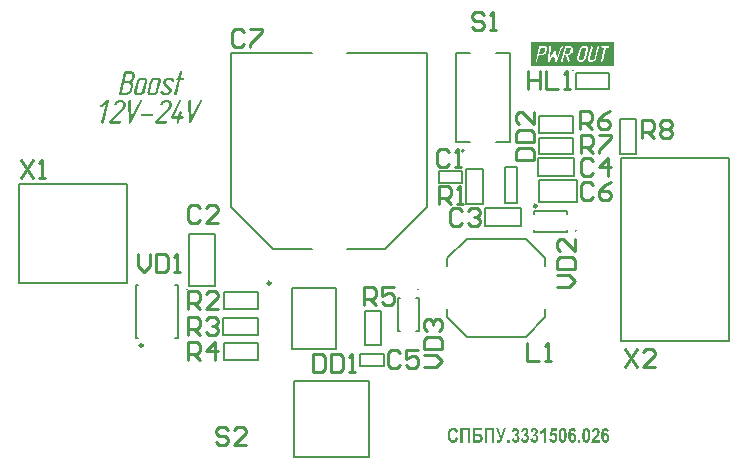
<source format=gto>
G04*
G04 #@! TF.GenerationSoftware,Altium Limited,Altium Designer,19.1.6 (110)*
G04*
G04 Layer_Color=65535*
%FSLAX43Y43*%
%MOMM*%
G71*
G01*
G75*
%ADD10C,0.200*%
%ADD11C,0.250*%
%ADD12C,0.254*%
G36*
X63176Y83173D02*
X63201Y83171D01*
X63234Y83165D01*
X63267Y83154D01*
X63301Y83143D01*
X63334Y83126D01*
X63337Y83123D01*
X63348Y83118D01*
X63365Y83107D01*
X63384Y83090D01*
X63403Y83071D01*
X63426Y83048D01*
X63448Y83021D01*
X63467Y82987D01*
X63476Y82960D01*
X63473Y82926D01*
Y82924D01*
X63470Y82921D01*
X63465Y82907D01*
X63451Y82885D01*
X63428Y82860D01*
X63426D01*
X63420Y82854D01*
X63412Y82851D01*
X63403Y82846D01*
X63376Y82837D01*
X63345Y82832D01*
X63301Y82837D01*
X63298Y82840D01*
X63290Y82846D01*
X63284Y82854D01*
X63279Y82860D01*
X63276Y82865D01*
X63270Y82871D01*
X63265Y82882D01*
Y82885D01*
X63262Y82890D01*
X63248Y82907D01*
X63229Y82926D01*
X63201Y82949D01*
X63148Y82968D01*
X63145D01*
X63134Y82971D01*
X63118Y82974D01*
X62898D01*
X62887Y82971D01*
X62873Y82968D01*
X62857Y82962D01*
X62840Y82957D01*
X62823Y82946D01*
X62804Y82932D01*
X62801Y82929D01*
X62795Y82926D01*
X62787Y82918D01*
X62779Y82907D01*
X62759Y82876D01*
X62748Y82857D01*
X62743Y82837D01*
Y82835D01*
X62740Y82829D01*
Y82818D01*
Y82804D01*
X62743Y82788D01*
X62746Y82771D01*
X62754Y82754D01*
X62765Y82738D01*
X63192Y82302D01*
X63195Y82299D01*
X63201Y82293D01*
X63209Y82282D01*
X63220Y82268D01*
X63231Y82249D01*
X63240Y82229D01*
X63251Y82204D01*
X63256Y82180D01*
Y82177D01*
X63259Y82168D01*
Y82155D01*
X63262Y82138D01*
Y82118D01*
Y82096D01*
X63259Y82071D01*
X63254Y82046D01*
Y82043D01*
X63251Y82041D01*
X63245Y82024D01*
X63237Y81999D01*
X63223Y81969D01*
X63201Y81932D01*
X63176Y81896D01*
X63145Y81857D01*
X63106Y81821D01*
X63101Y81816D01*
X63084Y81805D01*
X63059Y81788D01*
X63026Y81771D01*
X62987Y81752D01*
X62943Y81735D01*
X62890Y81724D01*
X62837Y81719D01*
X62626D01*
X62604Y81721D01*
X62579Y81724D01*
X62548Y81730D01*
X62515Y81738D01*
X62482Y81749D01*
X62448Y81763D01*
X62446Y81766D01*
X62435Y81771D01*
X62421Y81783D01*
X62401Y81799D01*
X62379Y81819D01*
X62357Y81844D01*
X62335Y81871D01*
X62312Y81905D01*
X62307Y81932D01*
Y81963D01*
X62310Y81969D01*
X62315Y81982D01*
X62329Y82002D01*
X62351Y82024D01*
X62354Y82027D01*
X62357Y82030D01*
X62365Y82035D01*
X62376Y82043D01*
X62401Y82055D01*
X62418Y82057D01*
X62435Y82060D01*
X62451D01*
X62468Y82055D01*
X62482Y82049D01*
X62485Y82046D01*
X62496Y82041D01*
X62507Y82030D01*
X62518Y82010D01*
X62521Y82005D01*
X62532Y81991D01*
X62540Y81980D01*
X62551Y81969D01*
X62568Y81955D01*
X62584Y81941D01*
X62587D01*
X62593Y81938D01*
X62601Y81935D01*
X62612Y81930D01*
X62643Y81921D01*
X62682Y81919D01*
X62882D01*
X62893Y81921D01*
X62907Y81924D01*
X62940Y81935D01*
X62959Y81944D01*
X62976Y81957D01*
X62979Y81960D01*
X62984Y81966D01*
X62993Y81974D01*
X63001Y81985D01*
X63020Y82016D01*
X63031Y82035D01*
X63037Y82055D01*
Y82057D01*
X63040Y82063D01*
Y82074D01*
Y82085D01*
X63037Y82102D01*
X63034Y82118D01*
X63026Y82135D01*
X63015Y82155D01*
X62590Y82593D01*
X62587Y82596D01*
X62582Y82602D01*
X62573Y82613D01*
X62562Y82626D01*
X62551Y82646D01*
X62540Y82665D01*
X62532Y82690D01*
X62523Y82715D01*
X62521Y82785D01*
Y82788D01*
Y82790D01*
Y82807D01*
X62523Y82826D01*
X62529Y82846D01*
Y82849D01*
X62532Y82851D01*
X62537Y82868D01*
X62546Y82893D01*
X62560Y82924D01*
X62579Y82960D01*
X62604Y82996D01*
X62634Y83035D01*
X62673Y83071D01*
X62676D01*
X62679Y83076D01*
X62696Y83087D01*
X62718Y83104D01*
X62751Y83123D01*
X62793Y83143D01*
X62837Y83160D01*
X62887Y83171D01*
X62943Y83176D01*
X63154D01*
X63176Y83173D01*
D02*
G37*
G36*
X64075Y83731D02*
X64100Y83720D01*
X64111Y83715D01*
X64123Y83704D01*
X64128Y83698D01*
X64136Y83684D01*
X64145Y83659D01*
Y83643D01*
X64142Y83626D01*
X64028Y83176D01*
X64200D01*
X64209Y83173D01*
X64220Y83171D01*
X64242Y83162D01*
X64253Y83151D01*
X64264Y83140D01*
X64267Y83135D01*
X64275Y83123D01*
X64281Y83107D01*
X64284Y83087D01*
Y83082D01*
Y83068D01*
Y83065D01*
X64281Y83062D01*
X64275Y83048D01*
X64261Y83026D01*
X64239Y83004D01*
X64234Y82998D01*
X64217Y82990D01*
X64192Y82979D01*
X64175Y82976D01*
X64159Y82974D01*
X63978D01*
X63687Y81813D01*
Y81810D01*
X63684Y81805D01*
X63678Y81788D01*
X63664Y81766D01*
X63642Y81744D01*
X63639D01*
X63637Y81741D01*
X63620Y81733D01*
X63592Y81721D01*
X63562Y81719D01*
X63559D01*
X63545Y81721D01*
X63523Y81730D01*
X63492Y81744D01*
X63490Y81746D01*
X63481Y81758D01*
X63473Y81774D01*
X63470Y81794D01*
Y81796D01*
Y81802D01*
X63473Y81813D01*
X63476Y81824D01*
X63762Y82974D01*
X63731D01*
X63723Y82976D01*
X63709Y82979D01*
X63684Y82990D01*
X63673Y82998D01*
X63662Y83010D01*
Y83012D01*
X63659Y83015D01*
X63653Y83032D01*
X63648Y83054D01*
X63651Y83079D01*
X63653Y83082D01*
X63656Y83096D01*
X63667Y83112D01*
X63687Y83137D01*
X63689Y83140D01*
X63692Y83143D01*
X63701Y83148D01*
X63712Y83157D01*
X63739Y83171D01*
X63756Y83173D01*
X63776Y83176D01*
X63812D01*
X63928Y83637D01*
Y83640D01*
X63931Y83643D01*
X63937Y83656D01*
X63950Y83679D01*
X63970Y83701D01*
X63973Y83704D01*
X63975Y83706D01*
X63995Y83718D01*
X64020Y83729D01*
X64034Y83734D01*
X64059D01*
X64075Y83731D01*
D02*
G37*
G36*
X62126Y83171D02*
X62157Y83165D01*
X62193Y83154D01*
X62226Y83137D01*
X62260Y83112D01*
X62290Y83082D01*
X62293Y83079D01*
X62299Y83071D01*
X62304Y83057D01*
X62315Y83040D01*
X62324Y83018D01*
X62329Y82993D01*
X62335Y82968D01*
X62337Y82937D01*
Y82935D01*
Y82932D01*
Y82912D01*
X62332Y82887D01*
X62326Y82860D01*
X62118Y82021D01*
X62115Y82016D01*
X62113Y81999D01*
X62101Y81977D01*
X62088Y81946D01*
X62068Y81913D01*
X62043Y81877D01*
X62013Y81841D01*
X61974Y81805D01*
X61968Y81802D01*
X61954Y81791D01*
X61932Y81777D01*
X61902Y81763D01*
X61865Y81746D01*
X61824Y81733D01*
X61779Y81721D01*
X61732Y81719D01*
X61446D01*
X61430Y81721D01*
X61405Y81724D01*
X61374Y81730D01*
X61341Y81741D01*
X61305Y81758D01*
X61271Y81783D01*
X61244Y81813D01*
X61241Y81816D01*
X61235Y81824D01*
X61230Y81838D01*
X61221Y81855D01*
X61210Y81874D01*
X61205Y81899D01*
X61199Y81927D01*
X61196Y81955D01*
Y81957D01*
Y81960D01*
X61199Y81980D01*
X61202Y82005D01*
X61208Y82032D01*
X61416Y82871D01*
X61418Y82876D01*
X61421Y82890D01*
X61430Y82912D01*
X61443Y82940D01*
X61463Y82971D01*
X61485Y83007D01*
X61516Y83043D01*
X61555Y83079D01*
X61560Y83085D01*
X61574Y83096D01*
X61596Y83110D01*
X61627Y83129D01*
X61663Y83146D01*
X61704Y83162D01*
X61752Y83173D01*
X61802Y83176D01*
X62101D01*
X62126Y83171D01*
D02*
G37*
G36*
X60996D02*
X61027Y83165D01*
X61063Y83154D01*
X61096Y83137D01*
X61130Y83112D01*
X61160Y83082D01*
X61163Y83079D01*
X61169Y83071D01*
X61174Y83057D01*
X61185Y83040D01*
X61194Y83018D01*
X61199Y82993D01*
X61205Y82968D01*
X61208Y82937D01*
Y82935D01*
Y82932D01*
Y82912D01*
X61202Y82887D01*
X61196Y82860D01*
X60988Y82021D01*
X60985Y82016D01*
X60983Y81999D01*
X60972Y81977D01*
X60958Y81946D01*
X60938Y81913D01*
X60913Y81877D01*
X60883Y81841D01*
X60844Y81805D01*
X60838Y81802D01*
X60824Y81791D01*
X60802Y81777D01*
X60772Y81763D01*
X60736Y81746D01*
X60694Y81733D01*
X60649Y81721D01*
X60602Y81719D01*
X60316D01*
X60300Y81721D01*
X60275Y81724D01*
X60244Y81730D01*
X60211Y81741D01*
X60175Y81758D01*
X60141Y81783D01*
X60114Y81813D01*
X60111Y81816D01*
X60105Y81824D01*
X60100Y81838D01*
X60091Y81855D01*
X60080Y81874D01*
X60075Y81899D01*
X60069Y81927D01*
X60066Y81955D01*
Y81957D01*
Y81960D01*
X60069Y81980D01*
X60072Y82005D01*
X60078Y82032D01*
X60286Y82871D01*
X60289Y82876D01*
X60291Y82890D01*
X60300Y82912D01*
X60314Y82940D01*
X60333Y82971D01*
X60355Y83007D01*
X60386Y83043D01*
X60425Y83079D01*
X60430Y83085D01*
X60444Y83096D01*
X60466Y83110D01*
X60497Y83129D01*
X60533Y83146D01*
X60575Y83162D01*
X60622Y83173D01*
X60672Y83176D01*
X60972D01*
X60996Y83171D01*
D02*
G37*
G36*
X59811Y83731D02*
X59825D01*
X59844Y83726D01*
X59889Y83718D01*
X59936Y83701D01*
X59986Y83676D01*
X60008Y83659D01*
X60033Y83643D01*
X60055Y83620D01*
X60075Y83595D01*
X60078Y83593D01*
X60083Y83584D01*
X60091Y83570D01*
X60103Y83554D01*
X60114Y83532D01*
X60125Y83507D01*
X60133Y83479D01*
X60139Y83448D01*
X60141Y83371D01*
X60139Y83323D01*
X60130Y83279D01*
X60094Y83137D01*
Y83132D01*
X60089Y83121D01*
X60083Y83098D01*
X60075Y83073D01*
X60064Y83046D01*
X60047Y83012D01*
X60030Y82982D01*
X60008Y82949D01*
X60005Y82946D01*
X59997Y82935D01*
X59986Y82921D01*
X59969Y82901D01*
X59950Y82882D01*
X59928Y82860D01*
X59905Y82840D01*
X59880Y82821D01*
X59883Y82818D01*
X59892Y82812D01*
X59900Y82804D01*
X59914Y82788D01*
X59930Y82768D01*
X59947Y82743D01*
X59964Y82710D01*
X59980Y82671D01*
X59983Y82665D01*
X59986Y82651D01*
X59992Y82629D01*
X59997Y82602D01*
X60003Y82565D01*
Y82527D01*
X60000Y82482D01*
X59992Y82438D01*
X59919Y82160D01*
Y82157D01*
X59917Y82152D01*
X59914Y82143D01*
X59911Y82130D01*
X59905Y82116D01*
X59897Y82099D01*
X59878Y82057D01*
X59850Y82007D01*
X59811Y81957D01*
X59789Y81930D01*
X59764Y81905D01*
X59736Y81877D01*
X59706Y81852D01*
X59703Y81849D01*
X59697Y81846D01*
X59689Y81841D01*
X59675Y81832D01*
X59661Y81821D01*
X59642Y81810D01*
X59597Y81785D01*
X59545Y81760D01*
X59486Y81741D01*
X59422Y81724D01*
X59392Y81721D01*
X59359Y81719D01*
X58856D01*
X58842Y81721D01*
X58826Y81727D01*
X58806Y81735D01*
X58792Y81749D01*
X58781Y81766D01*
X58778Y81791D01*
Y81794D01*
Y81802D01*
X58781Y81813D01*
X58784Y81824D01*
X59236Y83637D01*
Y83643D01*
X59242Y83654D01*
X59247Y83668D01*
X59261Y83687D01*
X59275Y83704D01*
X59297Y83720D01*
X59325Y83731D01*
X59359Y83734D01*
X59797D01*
X59811Y83731D01*
D02*
G37*
G36*
X61603Y80125D02*
X61614Y80122D01*
X61639Y80113D01*
X61650Y80102D01*
X61661Y80091D01*
X61664Y80088D01*
X61670Y80077D01*
X61675Y80061D01*
X61678Y80041D01*
Y80038D01*
Y80036D01*
Y80022D01*
Y80019D01*
X61675Y80016D01*
X61670Y80002D01*
X61656Y79980D01*
X61636Y79958D01*
X61634D01*
X61631Y79952D01*
X61614Y79944D01*
X61586Y79933D01*
X61570Y79930D01*
X61553Y79927D01*
X60706D01*
X60695Y79930D01*
X60684Y79933D01*
X60659Y79941D01*
X60645Y79950D01*
X60634Y79961D01*
X60631Y79964D01*
X60629Y79975D01*
X60623Y79991D01*
X60620Y80008D01*
Y80011D01*
Y80016D01*
X60626Y80033D01*
X60629Y80036D01*
X60631Y80050D01*
X60643Y80066D01*
X60662Y80091D01*
X60665Y80094D01*
X60668Y80097D01*
X60676Y80102D01*
X60687Y80111D01*
X60715Y80122D01*
X60731Y80125D01*
X60751Y80127D01*
X61595D01*
X61603Y80125D01*
D02*
G37*
G36*
X65784Y81310D02*
X65795D01*
X65820Y81299D01*
X65834Y81291D01*
X65845Y81279D01*
X65848Y81277D01*
X65854Y81266D01*
X65859Y81249D01*
X65862Y81229D01*
Y81227D01*
Y81221D01*
X65859Y81205D01*
X65851Y81182D01*
X64912Y79381D01*
X64910Y79378D01*
X64904Y79369D01*
X64896Y79356D01*
X64882Y79342D01*
X64865Y79325D01*
X64843Y79314D01*
X64821Y79303D01*
X64793Y79300D01*
X64790D01*
X64779Y79303D01*
X64765Y79306D01*
X64749Y79311D01*
X64732Y79322D01*
X64718Y79339D01*
X64707Y79361D01*
X64704Y79392D01*
X64665Y81193D01*
X64668Y81218D01*
Y81221D01*
X64671Y81224D01*
X64676Y81241D01*
X64690Y81260D01*
X64712Y81282D01*
X64715Y81285D01*
X64718Y81288D01*
X64726Y81293D01*
X64737Y81299D01*
X64765Y81307D01*
X64779Y81313D01*
X64801D01*
X64815Y81310D01*
X64832Y81304D01*
X64849Y81293D01*
X64854Y81291D01*
X64862Y81279D01*
X64873Y81263D01*
X64879Y81249D01*
X64885Y81232D01*
X64915Y79822D01*
X65656Y81241D01*
X65659Y81246D01*
X65665Y81257D01*
X65679Y81271D01*
X65695Y81288D01*
X65698D01*
X65701Y81291D01*
X65715Y81299D01*
X65740Y81307D01*
X65767Y81313D01*
X65776D01*
X65784Y81310D01*
D02*
G37*
G36*
X60701Y81310D02*
X60712D01*
X60737Y81299D01*
X60751Y81291D01*
X60762Y81279D01*
X60765Y81277D01*
X60770Y81266D01*
X60776Y81249D01*
X60779Y81229D01*
Y81227D01*
Y81221D01*
X60776Y81205D01*
X60767Y81182D01*
X59829Y79381D01*
X59826Y79378D01*
X59821Y79369D01*
X59812Y79356D01*
X59799Y79342D01*
X59782Y79325D01*
X59760Y79314D01*
X59737Y79303D01*
X59710Y79300D01*
X59707D01*
X59696Y79303D01*
X59682Y79306D01*
X59665Y79311D01*
X59649Y79322D01*
X59635Y79339D01*
X59624Y79361D01*
X59621Y79392D01*
X59582Y81193D01*
X59585Y81218D01*
Y81221D01*
X59588Y81224D01*
X59593Y81241D01*
X59607Y81260D01*
X59629Y81282D01*
X59632Y81285D01*
X59635Y81288D01*
X59643Y81293D01*
X59654Y81299D01*
X59682Y81307D01*
X59696Y81313D01*
X59718D01*
X59732Y81310D01*
X59749Y81304D01*
X59765Y81293D01*
X59771Y81291D01*
X59779Y81279D01*
X59790Y81263D01*
X59796Y81249D01*
X59801Y81232D01*
X59832Y79822D01*
X60573Y81241D01*
X60576Y81246D01*
X60581Y81257D01*
X60595Y81271D01*
X60612Y81288D01*
X60615D01*
X60618Y81291D01*
X60631Y81299D01*
X60656Y81307D01*
X60684Y81313D01*
X60693D01*
X60701Y81310D01*
D02*
G37*
G36*
X63974Y81313D02*
X63985D01*
X64010Y81302D01*
X64024Y81296D01*
X64035Y81285D01*
X64041Y81279D01*
X64049Y81263D01*
X64055Y81241D01*
Y81224D01*
X64052Y81207D01*
X64046Y81191D01*
X63474Y79919D01*
X63791D01*
X63874Y80244D01*
Y80247D01*
X63877Y80249D01*
X63882Y80263D01*
X63896Y80283D01*
X63916Y80305D01*
X63918Y80308D01*
X63921Y80311D01*
X63941Y80322D01*
X63966Y80333D01*
X63980Y80338D01*
X64005D01*
X64021Y80336D01*
X64046Y80324D01*
X64057Y80319D01*
X64068Y80308D01*
X64074Y80302D01*
X64082Y80288D01*
X64091Y80263D01*
Y80249D01*
X64088Y80233D01*
X64007Y79919D01*
X64182D01*
X64199Y79914D01*
X64224Y79905D01*
X64235Y79894D01*
X64246Y79883D01*
X64249Y79877D01*
X64257Y79866D01*
X64263Y79850D01*
X64266Y79830D01*
Y79825D01*
X64263Y79814D01*
Y79811D01*
X64260Y79808D01*
X64254Y79791D01*
X64241Y79769D01*
X64221Y79747D01*
X64218D01*
X64216Y79741D01*
X64199Y79733D01*
X64171Y79722D01*
X64154Y79719D01*
X64138Y79716D01*
X63957D01*
X63877Y79394D01*
Y79392D01*
X63874Y79386D01*
X63868Y79369D01*
X63855Y79347D01*
X63832Y79325D01*
X63830D01*
X63827Y79322D01*
X63810Y79314D01*
X63782Y79303D01*
X63752Y79300D01*
X63749D01*
X63735Y79303D01*
X63713Y79311D01*
X63682Y79325D01*
Y79328D01*
X63677Y79331D01*
X63669Y79347D01*
X63663Y79372D01*
Y79389D01*
X63666Y79406D01*
X63741Y79716D01*
X63291D01*
X63283Y79719D01*
X63269Y79722D01*
X63244Y79730D01*
X63233Y79739D01*
X63222Y79750D01*
X63219Y79753D01*
X63213Y79764D01*
X63208Y79778D01*
X63205Y79797D01*
Y79800D01*
Y79805D01*
X63211Y79825D01*
X63216Y79841D01*
X63844Y81238D01*
Y81241D01*
X63846Y81243D01*
X63857Y81260D01*
X63874Y81279D01*
X63896Y81299D01*
X63955Y81316D01*
X63963D01*
X63974Y81313D01*
D02*
G37*
G36*
X62864D02*
X62883Y81310D01*
X62902Y81307D01*
X62952Y81296D01*
X63011Y81279D01*
X63069Y81252D01*
X63099Y81235D01*
X63127Y81216D01*
X63155Y81193D01*
X63183Y81166D01*
X63188Y81160D01*
X63199Y81146D01*
X63213Y81124D01*
X63233Y81093D01*
X63249Y81055D01*
X63266Y81013D01*
X63277Y80966D01*
X63280Y80913D01*
Y80910D01*
Y80905D01*
Y80894D01*
X63277Y80877D01*
X63274Y80841D01*
X63266Y80799D01*
Y80796D01*
X63263Y80788D01*
X63258Y80771D01*
X63252Y80755D01*
X63244Y80733D01*
X63236Y80710D01*
X63208Y80658D01*
X63205Y80655D01*
X63199Y80646D01*
X63191Y80633D01*
X63180Y80613D01*
X63163Y80591D01*
X63144Y80563D01*
X63122Y80535D01*
X63094Y80502D01*
X62183Y79500D01*
X62819D01*
X62827Y79497D01*
X62839Y79494D01*
X62861Y79486D01*
X62872Y79475D01*
X62883Y79464D01*
Y79461D01*
X62888Y79458D01*
X62897Y79442D01*
X62902Y79419D01*
Y79408D01*
X62900Y79394D01*
Y79392D01*
X62897Y79389D01*
X62891Y79375D01*
X62877Y79353D01*
X62858Y79331D01*
X62852Y79325D01*
X62836Y79317D01*
X62811Y79306D01*
X62794Y79303D01*
X62777Y79300D01*
X61933D01*
X61925Y79303D01*
X61917Y79306D01*
X61892Y79317D01*
X61878Y79325D01*
X61867Y79339D01*
X61864Y79342D01*
X61861Y79353D01*
X61856Y79369D01*
X61853Y79386D01*
Y79389D01*
Y79394D01*
X61856Y79411D01*
Y79417D01*
X61861Y79425D01*
X61870Y79442D01*
X61881Y79455D01*
X62936Y80616D01*
X62977Y80669D01*
X63011Y80716D01*
Y80719D01*
X63016Y80724D01*
X63019Y80733D01*
X63025Y80746D01*
X63036Y80777D01*
X63047Y80810D01*
Y80813D01*
Y80816D01*
X63050Y80832D01*
X63052Y80855D01*
Y80885D01*
X63050Y80919D01*
X63041Y80955D01*
X63025Y80991D01*
X63000Y81027D01*
X62997Y81030D01*
X62994Y81032D01*
X62986Y81041D01*
X62977Y81049D01*
X62947Y81068D01*
X62911Y81088D01*
X62908D01*
X62902Y81091D01*
X62891Y81096D01*
X62877Y81102D01*
X62841Y81110D01*
X62800Y81113D01*
X62786D01*
X62769Y81110D01*
X62747Y81107D01*
X62719Y81102D01*
X62689Y81091D01*
X62658Y81080D01*
X62625Y81063D01*
X62622Y81060D01*
X62611Y81055D01*
X62594Y81041D01*
X62572Y81024D01*
X62547Y80999D01*
X62519Y80971D01*
X62489Y80935D01*
X62458Y80891D01*
X62455Y80885D01*
X62447Y80874D01*
X62433Y80860D01*
X62414Y80846D01*
X62408Y80844D01*
X62397Y80841D01*
X62378Y80835D01*
X62355Y80830D01*
X62347D01*
X62336Y80832D01*
X62325D01*
X62300Y80844D01*
X62286Y80849D01*
X62275Y80860D01*
Y80863D01*
X62272Y80866D01*
X62264Y80882D01*
X62256Y80905D01*
Y80919D01*
X62258Y80935D01*
X62272Y80963D01*
Y80966D01*
X62278Y80971D01*
X62283Y80980D01*
X62292Y80994D01*
X62314Y81024D01*
X62344Y81066D01*
X62380Y81110D01*
X62425Y81155D01*
X62475Y81196D01*
X62530Y81235D01*
X62533D01*
X62536Y81238D01*
X62544Y81243D01*
X62555Y81249D01*
X62583Y81260D01*
X62619Y81277D01*
X62664Y81291D01*
X62714Y81304D01*
X62769Y81313D01*
X62827Y81316D01*
X62850D01*
X62864Y81313D01*
D02*
G37*
G36*
X58966D02*
X58985Y81310D01*
X59005Y81307D01*
X59055Y81296D01*
X59113Y81279D01*
X59171Y81252D01*
X59202Y81235D01*
X59229Y81216D01*
X59257Y81193D01*
X59285Y81166D01*
X59291Y81160D01*
X59302Y81146D01*
X59315Y81124D01*
X59335Y81093D01*
X59352Y81055D01*
X59368Y81013D01*
X59379Y80966D01*
X59382Y80913D01*
Y80910D01*
Y80905D01*
Y80894D01*
X59379Y80877D01*
X59377Y80841D01*
X59368Y80799D01*
Y80796D01*
X59365Y80788D01*
X59360Y80771D01*
X59354Y80755D01*
X59346Y80733D01*
X59338Y80710D01*
X59310Y80658D01*
X59307Y80655D01*
X59302Y80646D01*
X59293Y80633D01*
X59282Y80613D01*
X59266Y80591D01*
X59246Y80563D01*
X59224Y80535D01*
X59196Y80502D01*
X58286Y79500D01*
X58921D01*
X58930Y79497D01*
X58941Y79494D01*
X58963Y79486D01*
X58974Y79475D01*
X58985Y79464D01*
Y79461D01*
X58991Y79458D01*
X58999Y79442D01*
X59005Y79419D01*
Y79408D01*
X59002Y79394D01*
Y79392D01*
X58999Y79389D01*
X58993Y79375D01*
X58980Y79353D01*
X58960Y79331D01*
X58955Y79325D01*
X58938Y79317D01*
X58913Y79306D01*
X58896Y79303D01*
X58880Y79300D01*
X58036D01*
X58027Y79303D01*
X58019Y79306D01*
X57994Y79317D01*
X57980Y79325D01*
X57969Y79339D01*
X57966Y79342D01*
X57963Y79353D01*
X57958Y79369D01*
X57955Y79386D01*
Y79389D01*
Y79394D01*
X57958Y79411D01*
Y79417D01*
X57963Y79425D01*
X57972Y79442D01*
X57983Y79455D01*
X59038Y80616D01*
X59080Y80669D01*
X59113Y80716D01*
Y80719D01*
X59118Y80724D01*
X59121Y80733D01*
X59127Y80746D01*
X59138Y80777D01*
X59149Y80810D01*
Y80813D01*
Y80816D01*
X59152Y80832D01*
X59154Y80855D01*
Y80885D01*
X59152Y80919D01*
X59143Y80955D01*
X59127Y80991D01*
X59102Y81027D01*
X59099Y81030D01*
X59096Y81032D01*
X59088Y81041D01*
X59080Y81049D01*
X59049Y81068D01*
X59013Y81088D01*
X59010D01*
X59005Y81091D01*
X58993Y81096D01*
X58980Y81102D01*
X58943Y81110D01*
X58902Y81113D01*
X58888D01*
X58871Y81110D01*
X58849Y81107D01*
X58821Y81102D01*
X58791Y81091D01*
X58760Y81080D01*
X58727Y81063D01*
X58724Y81060D01*
X58713Y81055D01*
X58696Y81041D01*
X58674Y81024D01*
X58649Y80999D01*
X58621Y80971D01*
X58591Y80935D01*
X58560Y80891D01*
X58558Y80885D01*
X58549Y80874D01*
X58535Y80860D01*
X58516Y80846D01*
X58510Y80844D01*
X58499Y80841D01*
X58480Y80835D01*
X58458Y80830D01*
X58449D01*
X58438Y80832D01*
X58427D01*
X58402Y80844D01*
X58388Y80849D01*
X58377Y80860D01*
Y80863D01*
X58374Y80866D01*
X58366Y80882D01*
X58358Y80905D01*
Y80919D01*
X58360Y80935D01*
X58374Y80963D01*
Y80966D01*
X58380Y80971D01*
X58385Y80980D01*
X58394Y80994D01*
X58416Y81024D01*
X58447Y81066D01*
X58483Y81110D01*
X58527Y81155D01*
X58577Y81196D01*
X58633Y81235D01*
X58635D01*
X58638Y81238D01*
X58646Y81243D01*
X58658Y81249D01*
X58685Y81260D01*
X58721Y81277D01*
X58766Y81291D01*
X58816Y81304D01*
X58871Y81313D01*
X58930Y81316D01*
X58952D01*
X58966Y81313D01*
D02*
G37*
G36*
X57864Y81310D02*
X57875D01*
X57900Y81299D01*
X57914Y81293D01*
X57925Y81282D01*
X57927Y81279D01*
X57933Y81268D01*
X57938Y81252D01*
X57941Y81232D01*
Y81229D01*
Y81224D01*
X57938Y81207D01*
X57483Y79392D01*
Y79389D01*
X57480Y79386D01*
X57475Y79367D01*
X57461Y79347D01*
X57442Y79325D01*
X57439D01*
X57436Y79322D01*
X57419Y79314D01*
X57392Y79303D01*
X57361Y79300D01*
X57355D01*
X57344Y79303D01*
X57322Y79311D01*
X57292Y79325D01*
Y79328D01*
X57286Y79331D01*
X57278Y79347D01*
X57269Y79372D01*
X57267Y79389D01*
X57269Y79406D01*
X57658Y80955D01*
X57372Y80724D01*
X57369D01*
X57367Y80719D01*
X57350Y80710D01*
X57325Y80699D01*
X57311Y80696D01*
X57294Y80694D01*
X57286D01*
X57278Y80696D01*
X57267Y80699D01*
X57242Y80710D01*
X57228Y80719D01*
X57217Y80730D01*
X57214Y80733D01*
X57208Y80744D01*
X57203Y80760D01*
X57200Y80780D01*
Y80783D01*
Y80788D01*
X57203Y80805D01*
X57206Y80808D01*
X57211Y80819D01*
X57222Y80835D01*
X57233Y80849D01*
X57244Y80863D01*
X57769Y81285D01*
X57772D01*
X57775Y81291D01*
X57791Y81299D01*
X57816Y81307D01*
X57847Y81313D01*
X57855D01*
X57864Y81310D01*
D02*
G37*
G36*
X100009Y53541D02*
X100031Y53539D01*
X100057Y53533D01*
X100088Y53524D01*
X100120Y53509D01*
X100153Y53491D01*
X100183Y53465D01*
X100186Y53461D01*
X100196Y53450D01*
X100209Y53431D01*
X100225Y53407D01*
X100242Y53374D01*
X100259Y53333D01*
X100272Y53287D01*
X100283Y53231D01*
X100092Y53205D01*
Y53207D01*
Y53211D01*
X100090Y53218D01*
X100088Y53228D01*
X100083Y53250D01*
X100072Y53276D01*
X100059Y53300D01*
X100038Y53322D01*
X100025Y53331D01*
X100012Y53339D01*
X99996Y53342D01*
X99979Y53344D01*
X99977D01*
X99968Y53342D01*
X99957Y53341D01*
X99942Y53335D01*
X99925Y53328D01*
X99909Y53315D01*
X99890Y53298D01*
X99873Y53274D01*
X99872Y53270D01*
X99870Y53267D01*
X99866Y53259D01*
X99864Y53252D01*
X99859Y53241D01*
X99855Y53228D01*
X99851Y53213D01*
X99846Y53194D01*
X99842Y53174D01*
X99836Y53150D01*
X99833Y53124D01*
X99829Y53096D01*
X99825Y53065D01*
X99822Y53030D01*
X99820Y52991D01*
X99822Y52993D01*
X99827Y53000D01*
X99835Y53009D01*
X99844Y53020D01*
X99857Y53033D01*
X99870Y53046D01*
X99885Y53059D01*
X99901Y53070D01*
X99903Y53072D01*
X99909Y53074D01*
X99920Y53080D01*
X99931Y53085D01*
X99946Y53089D01*
X99964Y53094D01*
X99983Y53096D01*
X100003Y53098D01*
X100014D01*
X100023Y53096D01*
X100035Y53094D01*
X100046Y53092D01*
X100075Y53083D01*
X100107Y53070D01*
X100125Y53061D01*
X100142Y53050D01*
X100161Y53037D01*
X100177Y53022D01*
X100196Y53005D01*
X100212Y52985D01*
X100214Y52983D01*
X100216Y52980D01*
X100222Y52974D01*
X100227Y52965D01*
X100233Y52954D01*
X100242Y52941D01*
X100249Y52924D01*
X100259Y52905D01*
X100266Y52885D01*
X100275Y52863D01*
X100283Y52839D01*
X100288Y52813D01*
X100296Y52783D01*
X100299Y52754D01*
X100301Y52720D01*
X100303Y52687D01*
Y52685D01*
Y52678D01*
Y52668D01*
X100301Y52655D01*
X100299Y52639D01*
X100298Y52618D01*
X100296Y52598D01*
X100292Y52574D01*
X100279Y52526D01*
X100262Y52474D01*
X100251Y52448D01*
X100238Y52424D01*
X100223Y52400D01*
X100207Y52378D01*
X100205Y52376D01*
X100203Y52372D01*
X100198Y52367D01*
X100190Y52361D01*
X100181Y52352D01*
X100170Y52343D01*
X100142Y52322D01*
X100109Y52302D01*
X100068Y52283D01*
X100046Y52278D01*
X100022Y52272D01*
X99998Y52269D01*
X99972Y52267D01*
X99964D01*
X99957Y52269D01*
X99946D01*
X99933Y52270D01*
X99918Y52274D01*
X99883Y52285D01*
X99862Y52293D01*
X99842Y52302D01*
X99820Y52313D01*
X99799Y52328D01*
X99777Y52344D01*
X99757Y52363D01*
X99736Y52385D01*
X99716Y52411D01*
X99714Y52413D01*
X99712Y52418D01*
X99707Y52428D01*
X99701Y52439D01*
X99694Y52456D01*
X99685Y52476D01*
X99675Y52498D01*
X99666Y52526D01*
X99657Y52557D01*
X99648Y52594D01*
X99640Y52633D01*
X99631Y52678D01*
X99625Y52726D01*
X99620Y52778D01*
X99618Y52835D01*
X99616Y52896D01*
Y52898D01*
Y52900D01*
Y52911D01*
Y52930D01*
X99618Y52952D01*
X99620Y52981D01*
X99622Y53013D01*
X99625Y53048D01*
X99629Y53087D01*
X99642Y53168D01*
X99661Y53250D01*
X99672Y53289D01*
X99686Y53326D01*
X99701Y53361D01*
X99720Y53391D01*
X99722Y53392D01*
X99725Y53398D01*
X99731Y53405D01*
X99738Y53415D01*
X99749Y53426D01*
X99762Y53439D01*
X99777Y53452D01*
X99794Y53467D01*
X99812Y53481D01*
X99833Y53494D01*
X99879Y53518D01*
X99905Y53528D01*
X99931Y53537D01*
X99961Y53541D01*
X99990Y53542D01*
X100001D01*
X100009Y53541D01*
D02*
G37*
G36*
X97216D02*
X97239Y53539D01*
X97265Y53533D01*
X97296Y53524D01*
X97327Y53509D01*
X97361Y53491D01*
X97390Y53465D01*
X97394Y53461D01*
X97403Y53450D01*
X97416Y53431D01*
X97433Y53407D01*
X97450Y53374D01*
X97466Y53333D01*
X97479Y53287D01*
X97490Y53231D01*
X97300Y53205D01*
Y53207D01*
Y53211D01*
X97298Y53218D01*
X97296Y53228D01*
X97290Y53250D01*
X97279Y53276D01*
X97266Y53300D01*
X97246Y53322D01*
X97233Y53331D01*
X97220Y53339D01*
X97203Y53342D01*
X97187Y53344D01*
X97185D01*
X97176Y53342D01*
X97165Y53341D01*
X97150Y53335D01*
X97133Y53328D01*
X97116Y53315D01*
X97098Y53298D01*
X97081Y53274D01*
X97079Y53270D01*
X97077Y53267D01*
X97074Y53259D01*
X97072Y53252D01*
X97066Y53241D01*
X97063Y53228D01*
X97059Y53213D01*
X97053Y53194D01*
X97050Y53174D01*
X97044Y53150D01*
X97040Y53124D01*
X97037Y53096D01*
X97033Y53065D01*
X97029Y53030D01*
X97027Y52991D01*
X97029Y52993D01*
X97035Y53000D01*
X97042Y53009D01*
X97052Y53020D01*
X97065Y53033D01*
X97077Y53046D01*
X97092Y53059D01*
X97109Y53070D01*
X97111Y53072D01*
X97116Y53074D01*
X97127Y53080D01*
X97139Y53085D01*
X97153Y53089D01*
X97172Y53094D01*
X97190Y53096D01*
X97211Y53098D01*
X97222D01*
X97231Y53096D01*
X97242Y53094D01*
X97253Y53092D01*
X97283Y53083D01*
X97315Y53070D01*
X97333Y53061D01*
X97350Y53050D01*
X97368Y53037D01*
X97385Y53022D01*
X97403Y53005D01*
X97420Y52985D01*
X97422Y52983D01*
X97424Y52980D01*
X97429Y52974D01*
X97435Y52965D01*
X97440Y52954D01*
X97450Y52941D01*
X97457Y52924D01*
X97466Y52905D01*
X97474Y52885D01*
X97483Y52863D01*
X97490Y52839D01*
X97496Y52813D01*
X97503Y52783D01*
X97507Y52754D01*
X97509Y52720D01*
X97511Y52687D01*
Y52685D01*
Y52678D01*
Y52668D01*
X97509Y52655D01*
X97507Y52639D01*
X97505Y52618D01*
X97503Y52598D01*
X97500Y52574D01*
X97487Y52526D01*
X97470Y52474D01*
X97459Y52448D01*
X97446Y52424D01*
X97431Y52400D01*
X97414Y52378D01*
X97413Y52376D01*
X97411Y52372D01*
X97405Y52367D01*
X97398Y52361D01*
X97389Y52352D01*
X97377Y52343D01*
X97350Y52322D01*
X97316Y52302D01*
X97276Y52283D01*
X97253Y52278D01*
X97229Y52272D01*
X97205Y52269D01*
X97179Y52267D01*
X97172D01*
X97165Y52269D01*
X97153D01*
X97140Y52270D01*
X97126Y52274D01*
X97090Y52285D01*
X97070Y52293D01*
X97050Y52302D01*
X97027Y52313D01*
X97007Y52328D01*
X96985Y52344D01*
X96965Y52363D01*
X96944Y52385D01*
X96924Y52411D01*
X96922Y52413D01*
X96920Y52418D01*
X96915Y52428D01*
X96909Y52439D01*
X96902Y52456D01*
X96892Y52476D01*
X96883Y52498D01*
X96874Y52526D01*
X96865Y52557D01*
X96855Y52594D01*
X96848Y52633D01*
X96839Y52678D01*
X96833Y52726D01*
X96828Y52778D01*
X96826Y52835D01*
X96824Y52896D01*
Y52898D01*
Y52900D01*
Y52911D01*
Y52930D01*
X96826Y52952D01*
X96828Y52981D01*
X96829Y53013D01*
X96833Y53048D01*
X96837Y53087D01*
X96850Y53168D01*
X96868Y53250D01*
X96879Y53289D01*
X96894Y53326D01*
X96909Y53361D01*
X96928Y53391D01*
X96929Y53392D01*
X96933Y53398D01*
X96939Y53405D01*
X96946Y53415D01*
X96957Y53426D01*
X96970Y53439D01*
X96985Y53452D01*
X97002Y53467D01*
X97020Y53481D01*
X97040Y53494D01*
X97087Y53518D01*
X97113Y53528D01*
X97139Y53537D01*
X97168Y53541D01*
X97198Y53542D01*
X97209D01*
X97216Y53541D01*
D02*
G37*
G36*
X87127Y53557D02*
X87141Y53555D01*
X87158Y53554D01*
X87177Y53550D01*
X87197Y53544D01*
X87243Y53529D01*
X87267Y53520D01*
X87291Y53509D01*
X87316Y53494D01*
X87340Y53478D01*
X87364Y53459D01*
X87386Y53439D01*
X87388D01*
X87390Y53435D01*
X87393Y53429D01*
X87399Y53424D01*
X87406Y53415D01*
X87414Y53404D01*
X87423Y53391D01*
X87432Y53376D01*
X87441Y53359D01*
X87453Y53342D01*
X87462Y53322D01*
X87473Y53300D01*
X87482Y53274D01*
X87491Y53248D01*
X87501Y53220D01*
X87508Y53191D01*
X87303Y53131D01*
Y53133D01*
X87301Y53135D01*
Y53141D01*
X87299Y53148D01*
X87293Y53167D01*
X87286Y53189D01*
X87275Y53215D01*
X87260Y53241D01*
X87243Y53265D01*
X87223Y53287D01*
X87221Y53289D01*
X87214Y53296D01*
X87201Y53305D01*
X87184Y53315D01*
X87164Y53326D01*
X87141Y53333D01*
X87116Y53341D01*
X87086Y53342D01*
X87075D01*
X87067Y53341D01*
X87047Y53337D01*
X87021Y53329D01*
X86992Y53318D01*
X86960Y53300D01*
X86945Y53289D01*
X86930Y53276D01*
X86916Y53261D01*
X86901Y53242D01*
Y53241D01*
X86897Y53239D01*
X86895Y53231D01*
X86890Y53224D01*
X86884Y53213D01*
X86879Y53200D01*
X86873Y53183D01*
X86866Y53165D01*
X86858Y53144D01*
X86853Y53120D01*
X86847Y53092D01*
X86842Y53063D01*
X86838Y53031D01*
X86834Y52996D01*
X86830Y52957D01*
Y52917D01*
Y52915D01*
Y52905D01*
Y52894D01*
X86832Y52878D01*
Y52859D01*
X86834Y52837D01*
X86836Y52813D01*
X86840Y52787D01*
X86847Y52731D01*
X86860Y52676D01*
X86867Y52650D01*
X86877Y52624D01*
X86888Y52602D01*
X86899Y52581D01*
Y52580D01*
X86903Y52578D01*
X86912Y52567D01*
X86927Y52550D01*
X86949Y52533D01*
X86975Y52515D01*
X87004Y52498D01*
X87041Y52487D01*
X87060Y52485D01*
X87080Y52483D01*
X87084D01*
X87093Y52485D01*
X87110Y52487D01*
X87129Y52491D01*
X87151Y52498D01*
X87175Y52509D01*
X87199Y52526D01*
X87221Y52546D01*
X87223Y52550D01*
X87230Y52559D01*
X87241Y52574D01*
X87254Y52596D01*
X87269Y52624D01*
X87282Y52659D01*
X87297Y52700D01*
X87308Y52750D01*
X87510Y52672D01*
Y52670D01*
X87508Y52663D01*
X87504Y52652D01*
X87501Y52637D01*
X87495Y52620D01*
X87490Y52600D01*
X87482Y52578D01*
X87473Y52554D01*
X87451Y52504D01*
X87423Y52452D01*
X87391Y52404D01*
X87373Y52383D01*
X87353Y52363D01*
X87351Y52361D01*
X87347Y52359D01*
X87341Y52354D01*
X87332Y52348D01*
X87323Y52341D01*
X87310Y52333D01*
X87295Y52324D01*
X87279Y52315D01*
X87260Y52306D01*
X87240Y52296D01*
X87193Y52281D01*
X87141Y52270D01*
X87114Y52269D01*
X87084Y52267D01*
X87075D01*
X87066Y52269D01*
X87051D01*
X87034Y52272D01*
X87014Y52274D01*
X86992Y52280D01*
X86967Y52285D01*
X86942Y52294D01*
X86916Y52304D01*
X86890Y52317D01*
X86862Y52331D01*
X86834Y52350D01*
X86808Y52370D01*
X86782Y52393D01*
X86758Y52420D01*
X86756Y52422D01*
X86753Y52428D01*
X86745Y52439D01*
X86736Y52454D01*
X86725Y52470D01*
X86714Y52493D01*
X86701Y52518D01*
X86688Y52548D01*
X86673Y52580D01*
X86660Y52617D01*
X86649Y52655D01*
X86638Y52698D01*
X86629Y52744D01*
X86621Y52794D01*
X86617Y52846D01*
X86616Y52902D01*
Y52904D01*
Y52905D01*
Y52917D01*
X86617Y52933D01*
Y52954D01*
X86619Y52981D01*
X86623Y53013D01*
X86629Y53046D01*
X86634Y53083D01*
X86642Y53124D01*
X86651Y53165D01*
X86662Y53205D01*
X86677Y53248D01*
X86693Y53289D01*
X86712Y53328D01*
X86734Y53367D01*
X86760Y53402D01*
X86762Y53404D01*
X86766Y53409D01*
X86773Y53417D01*
X86782Y53426D01*
X86795Y53439D01*
X86810Y53452D01*
X86829Y53467D01*
X86849Y53481D01*
X86871Y53494D01*
X86897Y53509D01*
X86925Y53522D01*
X86954Y53535D01*
X86988Y53544D01*
X87021Y53552D01*
X87058Y53557D01*
X87097Y53559D01*
X87114D01*
X87127Y53557D01*
D02*
G37*
G36*
X91230Y52587D02*
Y52585D01*
X91226Y52580D01*
X91224Y52570D01*
X91219Y52559D01*
X91213Y52544D01*
X91206Y52528D01*
X91191Y52491D01*
X91171Y52450D01*
X91150Y52411D01*
X91128Y52374D01*
X91117Y52357D01*
X91106Y52343D01*
X91104Y52339D01*
X91095Y52331D01*
X91082Y52320D01*
X91065Y52307D01*
X91045Y52294D01*
X91021Y52283D01*
X90993Y52276D01*
X90961Y52272D01*
X90934D01*
X90913Y52274D01*
X90891Y52276D01*
X90867Y52278D01*
X90819Y52287D01*
Y52474D01*
X90847D01*
X90873Y52472D01*
X90908D01*
X90921Y52474D01*
X90937Y52476D01*
X90954Y52480D01*
X90971Y52485D01*
X90987Y52493D01*
X91000Y52502D01*
X91002Y52504D01*
X91006Y52509D01*
X91011Y52517D01*
X91021Y52531D01*
X91030Y52550D01*
X91039Y52572D01*
X91050Y52602D01*
X91061Y52639D01*
X90684Y53539D01*
X90915D01*
X91154Y52889D01*
X91361Y53539D01*
X91576D01*
X91230Y52587D01*
D02*
G37*
G36*
X93980Y53541D02*
X93991Y53539D01*
X94004Y53537D01*
X94037Y53529D01*
X94072Y53518D01*
X94109Y53500D01*
X94128Y53489D01*
X94146Y53476D01*
X94163Y53461D01*
X94180Y53442D01*
X94182Y53441D01*
X94183Y53439D01*
X94187Y53433D01*
X94193Y53426D01*
X94198Y53417D01*
X94206Y53405D01*
X94222Y53378D01*
X94237Y53344D01*
X94250Y53307D01*
X94259Y53267D01*
X94263Y53244D01*
Y53222D01*
Y53218D01*
Y53209D01*
X94261Y53192D01*
X94257Y53174D01*
X94254Y53150D01*
X94246Y53126D01*
X94237Y53100D01*
X94224Y53074D01*
X94222Y53070D01*
X94217Y53063D01*
X94209Y53052D01*
X94196Y53035D01*
X94182Y53018D01*
X94161Y52998D01*
X94139Y52978D01*
X94113Y52959D01*
X94115D01*
X94117Y52957D01*
X94128Y52954D01*
X94143Y52948D01*
X94163Y52939D01*
X94185Y52924D01*
X94207Y52907D01*
X94230Y52885D01*
X94252Y52857D01*
X94254Y52854D01*
X94261Y52843D01*
X94270Y52826D01*
X94280Y52804D01*
X94291Y52776D01*
X94298Y52743D01*
X94306Y52704D01*
X94307Y52661D01*
Y52659D01*
Y52654D01*
Y52644D01*
X94306Y52633D01*
X94304Y52618D01*
X94302Y52602D01*
X94298Y52583D01*
X94294Y52561D01*
X94281Y52517D01*
X94263Y52470D01*
X94252Y52446D01*
X94239Y52422D01*
X94222Y52400D01*
X94204Y52378D01*
X94202Y52376D01*
X94200Y52372D01*
X94193Y52367D01*
X94185Y52361D01*
X94176Y52352D01*
X94165Y52343D01*
X94135Y52322D01*
X94100Y52302D01*
X94059Y52283D01*
X94035Y52278D01*
X94011Y52272D01*
X93987Y52269D01*
X93961Y52267D01*
X93948D01*
X93939Y52269D01*
X93928Y52270D01*
X93913Y52272D01*
X93882Y52278D01*
X93846Y52289D01*
X93807Y52307D01*
X93787Y52317D01*
X93769Y52330D01*
X93750Y52344D01*
X93732Y52361D01*
X93730Y52363D01*
X93728Y52365D01*
X93722Y52370D01*
X93717Y52378D01*
X93709Y52389D01*
X93702Y52400D01*
X93693Y52413D01*
X93683Y52430D01*
X93674Y52446D01*
X93665Y52467D01*
X93656Y52487D01*
X93646Y52511D01*
X93633Y52561D01*
X93624Y52620D01*
X93815Y52648D01*
Y52646D01*
Y52644D01*
X93817Y52633D01*
X93819Y52618D01*
X93824Y52598D01*
X93830Y52576D01*
X93839Y52554D01*
X93850Y52531D01*
X93863Y52513D01*
X93865Y52511D01*
X93870Y52506D01*
X93880Y52498D01*
X93891Y52491D01*
X93904Y52481D01*
X93920Y52474D01*
X93939Y52468D01*
X93959Y52467D01*
X93970D01*
X93982Y52470D01*
X93994Y52474D01*
X94011Y52480D01*
X94030Y52489D01*
X94046Y52502D01*
X94063Y52520D01*
X94065Y52522D01*
X94070Y52531D01*
X94076Y52543D01*
X94085Y52561D01*
X94093Y52581D01*
X94098Y52609D01*
X94104Y52639D01*
X94106Y52674D01*
Y52676D01*
Y52678D01*
Y52689D01*
X94104Y52706D01*
X94100Y52726D01*
X94096Y52748D01*
X94089Y52772D01*
X94078Y52796D01*
X94065Y52817D01*
X94063Y52818D01*
X94057Y52826D01*
X94048Y52833D01*
X94037Y52844D01*
X94022Y52854D01*
X94006Y52863D01*
X93987Y52868D01*
X93967Y52870D01*
X93952D01*
X93943Y52868D01*
X93930Y52867D01*
X93913Y52863D01*
X93896Y52857D01*
X93878Y52852D01*
X93898Y53048D01*
X93911D01*
X93926Y53050D01*
X93943Y53052D01*
X93963Y53057D01*
X93983Y53063D01*
X94002Y53074D01*
X94020Y53087D01*
X94022Y53089D01*
X94028Y53094D01*
X94035Y53105D01*
X94043Y53118D01*
X94050Y53135D01*
X94057Y53155D01*
X94063Y53180D01*
X94065Y53207D01*
Y53211D01*
Y53218D01*
X94063Y53230D01*
X94061Y53244D01*
X94057Y53259D01*
X94050Y53276D01*
X94043Y53292D01*
X94032Y53307D01*
X94030Y53309D01*
X94026Y53313D01*
X94019Y53318D01*
X94009Y53326D01*
X93998Y53333D01*
X93983Y53339D01*
X93967Y53342D01*
X93948Y53344D01*
X93941D01*
X93930Y53342D01*
X93919Y53339D01*
X93906Y53333D01*
X93891Y53326D01*
X93876Y53317D01*
X93861Y53302D01*
X93859Y53300D01*
X93856Y53294D01*
X93850Y53283D01*
X93843Y53270D01*
X93835Y53254D01*
X93828Y53231D01*
X93822Y53207D01*
X93819Y53178D01*
X93637Y53215D01*
Y53217D01*
X93639Y53222D01*
X93641Y53231D01*
X93643Y53242D01*
X93646Y53257D01*
X93650Y53272D01*
X93661Y53309D01*
X93676Y53350D01*
X93695Y53391D01*
X93719Y53429D01*
X93732Y53448D01*
X93746Y53463D01*
X93748Y53465D01*
X93750Y53467D01*
X93761Y53476D01*
X93780Y53489D01*
X93804Y53504D01*
X93833Y53517D01*
X93870Y53529D01*
X93911Y53539D01*
X93933Y53542D01*
X93969D01*
X93980Y53541D01*
D02*
G37*
G36*
X93182Y53541D02*
X93193Y53539D01*
X93206Y53537D01*
X93239Y53529D01*
X93274Y53518D01*
X93311Y53500D01*
X93330Y53489D01*
X93348Y53476D01*
X93365Y53461D01*
X93382Y53442D01*
X93383Y53441D01*
X93385Y53439D01*
X93389Y53433D01*
X93395Y53426D01*
X93400Y53417D01*
X93408Y53405D01*
X93424Y53378D01*
X93439Y53344D01*
X93452Y53307D01*
X93461Y53267D01*
X93465Y53244D01*
Y53222D01*
Y53218D01*
Y53209D01*
X93463Y53192D01*
X93459Y53174D01*
X93456Y53150D01*
X93448Y53126D01*
X93439Y53100D01*
X93426Y53074D01*
X93424Y53070D01*
X93419Y53063D01*
X93411Y53052D01*
X93398Y53035D01*
X93383Y53018D01*
X93363Y52998D01*
X93341Y52978D01*
X93315Y52959D01*
X93317D01*
X93319Y52957D01*
X93330Y52954D01*
X93345Y52948D01*
X93365Y52939D01*
X93387Y52924D01*
X93409Y52907D01*
X93432Y52885D01*
X93454Y52857D01*
X93456Y52854D01*
X93463Y52843D01*
X93472Y52826D01*
X93482Y52804D01*
X93493Y52776D01*
X93500Y52743D01*
X93507Y52704D01*
X93509Y52661D01*
Y52659D01*
Y52654D01*
Y52644D01*
X93507Y52633D01*
X93506Y52618D01*
X93504Y52602D01*
X93500Y52583D01*
X93496Y52561D01*
X93483Y52517D01*
X93465Y52470D01*
X93454Y52446D01*
X93441Y52422D01*
X93424Y52400D01*
X93406Y52378D01*
X93404Y52376D01*
X93402Y52372D01*
X93395Y52367D01*
X93387Y52361D01*
X93378Y52352D01*
X93367Y52343D01*
X93337Y52322D01*
X93302Y52302D01*
X93261Y52283D01*
X93237Y52278D01*
X93213Y52272D01*
X93189Y52269D01*
X93163Y52267D01*
X93150D01*
X93141Y52269D01*
X93130Y52270D01*
X93115Y52272D01*
X93083Y52278D01*
X93048Y52289D01*
X93009Y52307D01*
X92989Y52317D01*
X92971Y52330D01*
X92952Y52344D01*
X92933Y52361D01*
X92932Y52363D01*
X92930Y52365D01*
X92924Y52370D01*
X92919Y52378D01*
X92911Y52389D01*
X92904Y52400D01*
X92895Y52413D01*
X92885Y52430D01*
X92876Y52446D01*
X92867Y52467D01*
X92858Y52487D01*
X92848Y52511D01*
X92835Y52561D01*
X92826Y52620D01*
X93017Y52648D01*
Y52646D01*
Y52644D01*
X93019Y52633D01*
X93021Y52618D01*
X93026Y52598D01*
X93032Y52576D01*
X93041Y52554D01*
X93052Y52531D01*
X93065Y52513D01*
X93067Y52511D01*
X93072Y52506D01*
X93082Y52498D01*
X93093Y52491D01*
X93106Y52481D01*
X93122Y52474D01*
X93141Y52468D01*
X93161Y52467D01*
X93172D01*
X93183Y52470D01*
X93196Y52474D01*
X93213Y52480D01*
X93232Y52489D01*
X93248Y52502D01*
X93265Y52520D01*
X93267Y52522D01*
X93272Y52531D01*
X93278Y52543D01*
X93287Y52561D01*
X93295Y52581D01*
X93300Y52609D01*
X93306Y52639D01*
X93308Y52674D01*
Y52676D01*
Y52678D01*
Y52689D01*
X93306Y52705D01*
X93302Y52726D01*
X93298Y52748D01*
X93291Y52772D01*
X93280Y52796D01*
X93267Y52817D01*
X93265Y52818D01*
X93259Y52826D01*
X93250Y52833D01*
X93239Y52844D01*
X93224Y52854D01*
X93208Y52863D01*
X93189Y52868D01*
X93169Y52870D01*
X93154D01*
X93145Y52868D01*
X93132Y52867D01*
X93115Y52863D01*
X93098Y52857D01*
X93080Y52852D01*
X93100Y53048D01*
X93113D01*
X93128Y53050D01*
X93145Y53052D01*
X93165Y53057D01*
X93185Y53063D01*
X93204Y53074D01*
X93222Y53087D01*
X93224Y53089D01*
X93230Y53094D01*
X93237Y53105D01*
X93245Y53118D01*
X93252Y53135D01*
X93259Y53155D01*
X93265Y53180D01*
X93267Y53207D01*
Y53211D01*
Y53218D01*
X93265Y53230D01*
X93263Y53244D01*
X93259Y53259D01*
X93252Y53276D01*
X93245Y53292D01*
X93233Y53307D01*
X93232Y53309D01*
X93228Y53313D01*
X93220Y53318D01*
X93211Y53326D01*
X93200Y53333D01*
X93185Y53339D01*
X93169Y53342D01*
X93150Y53344D01*
X93143D01*
X93132Y53342D01*
X93120Y53339D01*
X93108Y53333D01*
X93093Y53326D01*
X93078Y53317D01*
X93063Y53302D01*
X93061Y53300D01*
X93058Y53294D01*
X93052Y53283D01*
X93045Y53270D01*
X93037Y53254D01*
X93030Y53231D01*
X93024Y53207D01*
X93021Y53178D01*
X92839Y53215D01*
Y53217D01*
X92841Y53222D01*
X92843Y53231D01*
X92845Y53242D01*
X92848Y53257D01*
X92852Y53272D01*
X92863Y53309D01*
X92878Y53350D01*
X92896Y53391D01*
X92921Y53429D01*
X92933Y53448D01*
X92948Y53463D01*
X92950Y53465D01*
X92952Y53467D01*
X92963Y53476D01*
X92982Y53489D01*
X93006Y53504D01*
X93035Y53517D01*
X93072Y53529D01*
X93113Y53539D01*
X93135Y53542D01*
X93170D01*
X93182Y53541D01*
D02*
G37*
G36*
X92384D02*
X92395Y53539D01*
X92408Y53537D01*
X92441Y53529D01*
X92476Y53518D01*
X92513Y53500D01*
X92532Y53489D01*
X92550Y53476D01*
X92567Y53461D01*
X92584Y53442D01*
X92585Y53441D01*
X92587Y53439D01*
X92591Y53433D01*
X92596Y53426D01*
X92602Y53417D01*
X92609Y53405D01*
X92626Y53378D01*
X92641Y53344D01*
X92654Y53307D01*
X92663Y53267D01*
X92667Y53244D01*
Y53222D01*
Y53218D01*
Y53209D01*
X92665Y53192D01*
X92661Y53174D01*
X92658Y53150D01*
X92650Y53126D01*
X92641Y53100D01*
X92628Y53074D01*
X92626Y53070D01*
X92621Y53063D01*
X92613Y53052D01*
X92600Y53035D01*
X92585Y53018D01*
X92565Y52998D01*
X92543Y52978D01*
X92517Y52959D01*
X92519D01*
X92521Y52957D01*
X92532Y52954D01*
X92546Y52948D01*
X92567Y52939D01*
X92589Y52924D01*
X92611Y52907D01*
X92634Y52885D01*
X92656Y52857D01*
X92658Y52854D01*
X92665Y52843D01*
X92674Y52826D01*
X92684Y52804D01*
X92695Y52776D01*
X92702Y52743D01*
X92709Y52704D01*
X92711Y52661D01*
Y52659D01*
Y52654D01*
Y52644D01*
X92709Y52633D01*
X92708Y52618D01*
X92706Y52602D01*
X92702Y52583D01*
X92698Y52561D01*
X92685Y52517D01*
X92667Y52470D01*
X92656Y52446D01*
X92643Y52422D01*
X92626Y52400D01*
X92608Y52378D01*
X92606Y52376D01*
X92604Y52372D01*
X92596Y52367D01*
X92589Y52361D01*
X92580Y52352D01*
X92569Y52343D01*
X92539Y52322D01*
X92504Y52302D01*
X92463Y52283D01*
X92439Y52278D01*
X92415Y52272D01*
X92391Y52269D01*
X92365Y52267D01*
X92352D01*
X92343Y52269D01*
X92332Y52270D01*
X92317Y52272D01*
X92285Y52278D01*
X92250Y52289D01*
X92211Y52307D01*
X92191Y52317D01*
X92172Y52330D01*
X92154Y52344D01*
X92135Y52361D01*
X92134Y52363D01*
X92132Y52365D01*
X92126Y52370D01*
X92121Y52378D01*
X92113Y52389D01*
X92106Y52400D01*
X92097Y52413D01*
X92087Y52430D01*
X92078Y52446D01*
X92069Y52467D01*
X92060Y52487D01*
X92050Y52511D01*
X92037Y52561D01*
X92028Y52620D01*
X92219Y52648D01*
Y52646D01*
Y52644D01*
X92221Y52633D01*
X92222Y52618D01*
X92228Y52598D01*
X92234Y52576D01*
X92243Y52554D01*
X92254Y52531D01*
X92267Y52513D01*
X92269Y52511D01*
X92274Y52506D01*
X92284Y52498D01*
X92295Y52491D01*
X92308Y52481D01*
X92324Y52474D01*
X92343Y52468D01*
X92363Y52467D01*
X92374D01*
X92385Y52470D01*
X92398Y52474D01*
X92415Y52480D01*
X92434Y52489D01*
X92450Y52502D01*
X92467Y52520D01*
X92469Y52522D01*
X92474Y52531D01*
X92480Y52543D01*
X92489Y52561D01*
X92496Y52581D01*
X92502Y52609D01*
X92508Y52639D01*
X92509Y52674D01*
Y52676D01*
Y52678D01*
Y52689D01*
X92508Y52705D01*
X92504Y52726D01*
X92500Y52748D01*
X92493Y52772D01*
X92482Y52796D01*
X92469Y52817D01*
X92467Y52818D01*
X92461Y52826D01*
X92452Y52833D01*
X92441Y52844D01*
X92426Y52854D01*
X92409Y52863D01*
X92391Y52868D01*
X92371Y52870D01*
X92356D01*
X92346Y52868D01*
X92334Y52867D01*
X92317Y52863D01*
X92300Y52857D01*
X92282Y52852D01*
X92302Y53048D01*
X92315D01*
X92330Y53050D01*
X92346Y53052D01*
X92367Y53057D01*
X92387Y53063D01*
X92406Y53074D01*
X92424Y53087D01*
X92426Y53089D01*
X92432Y53094D01*
X92439Y53105D01*
X92446Y53118D01*
X92454Y53135D01*
X92461Y53155D01*
X92467Y53180D01*
X92469Y53207D01*
Y53211D01*
Y53218D01*
X92467Y53230D01*
X92465Y53244D01*
X92461Y53259D01*
X92454Y53276D01*
X92446Y53292D01*
X92435Y53307D01*
X92434Y53309D01*
X92430Y53313D01*
X92422Y53318D01*
X92413Y53326D01*
X92402Y53333D01*
X92387Y53339D01*
X92371Y53342D01*
X92352Y53344D01*
X92345D01*
X92334Y53342D01*
X92322Y53339D01*
X92309Y53333D01*
X92295Y53326D01*
X92280Y53317D01*
X92265Y53302D01*
X92263Y53300D01*
X92259Y53294D01*
X92254Y53283D01*
X92247Y53270D01*
X92239Y53254D01*
X92232Y53231D01*
X92226Y53207D01*
X92222Y53178D01*
X92041Y53215D01*
Y53217D01*
X92043Y53222D01*
X92045Y53231D01*
X92047Y53242D01*
X92050Y53257D01*
X92054Y53272D01*
X92065Y53309D01*
X92080Y53350D01*
X92098Y53391D01*
X92122Y53429D01*
X92135Y53448D01*
X92150Y53463D01*
X92152Y53465D01*
X92154Y53467D01*
X92165Y53476D01*
X92184Y53489D01*
X92208Y53504D01*
X92237Y53517D01*
X92274Y53529D01*
X92315Y53539D01*
X92337Y53542D01*
X92372D01*
X92384Y53541D01*
D02*
G37*
G36*
X95874Y53298D02*
X95504D01*
X95470Y53083D01*
X95474Y53085D01*
X95481Y53091D01*
X95494Y53096D01*
X95513Y53105D01*
X95533Y53113D01*
X95555Y53118D01*
X95579Y53124D01*
X95605Y53126D01*
X95617D01*
X95626Y53124D01*
X95637Y53122D01*
X95648Y53120D01*
X95678Y53115D01*
X95709Y53102D01*
X95744Y53085D01*
X95763Y53074D01*
X95779Y53061D01*
X95796Y53046D01*
X95813Y53030D01*
X95815Y53028D01*
X95818Y53024D01*
X95822Y53017D01*
X95829Y53007D01*
X95837Y52994D01*
X95846Y52980D01*
X95857Y52963D01*
X95867Y52944D01*
X95876Y52922D01*
X95887Y52898D01*
X95896Y52870D01*
X95904Y52843D01*
X95911Y52811D01*
X95916Y52780D01*
X95918Y52744D01*
X95920Y52707D01*
Y52706D01*
Y52700D01*
Y52691D01*
X95918Y52680D01*
Y52665D01*
X95915Y52648D01*
X95913Y52630D01*
X95909Y52607D01*
X95898Y52561D01*
X95881Y52509D01*
X95870Y52483D01*
X95859Y52457D01*
X95844Y52430D01*
X95828Y52404D01*
X95826Y52402D01*
X95824Y52398D01*
X95818Y52391D01*
X95811Y52381D01*
X95802Y52372D01*
X95791Y52361D01*
X95776Y52348D01*
X95761Y52335D01*
X95744Y52322D01*
X95724Y52309D01*
X95704Y52298D01*
X95679Y52289D01*
X95655Y52280D01*
X95628Y52272D01*
X95600Y52269D01*
X95568Y52267D01*
X95555D01*
X95546Y52269D01*
X95535D01*
X95520Y52272D01*
X95489Y52278D01*
X95454Y52289D01*
X95415Y52304D01*
X95378Y52326D01*
X95359Y52341D01*
X95341Y52356D01*
X95339Y52357D01*
X95337Y52359D01*
X95331Y52365D01*
X95326Y52372D01*
X95318Y52381D01*
X95311Y52393D01*
X95302Y52406D01*
X95292Y52420D01*
X95283Y52437D01*
X95274Y52457D01*
X95265Y52478D01*
X95255Y52500D01*
X95248Y52524D01*
X95241Y52552D01*
X95231Y52609D01*
X95428Y52635D01*
Y52631D01*
X95430Y52622D01*
X95433Y52606D01*
X95437Y52587D01*
X95442Y52567D01*
X95452Y52546D01*
X95463Y52524D01*
X95478Y52506D01*
X95480Y52504D01*
X95485Y52498D01*
X95494Y52491D01*
X95505Y52483D01*
X95518Y52474D01*
X95535Y52467D01*
X95552Y52461D01*
X95570Y52459D01*
X95572D01*
X95581Y52461D01*
X95592Y52463D01*
X95605Y52467D01*
X95622Y52474D01*
X95641Y52485D01*
X95657Y52498D01*
X95674Y52518D01*
X95676Y52522D01*
X95681Y52530D01*
X95689Y52544D01*
X95696Y52563D01*
X95704Y52589D01*
X95711Y52620D01*
X95717Y52659D01*
X95718Y52702D01*
Y52704D01*
Y52707D01*
Y52713D01*
Y52722D01*
X95717Y52743D01*
X95713Y52768D01*
X95707Y52796D01*
X95700Y52826D01*
X95689Y52852D01*
X95674Y52876D01*
X95672Y52878D01*
X95667Y52885D01*
X95657Y52894D01*
X95644Y52905D01*
X95630Y52915D01*
X95609Y52924D01*
X95589Y52931D01*
X95565Y52933D01*
X95561D01*
X95550Y52931D01*
X95535Y52928D01*
X95515Y52922D01*
X95491Y52911D01*
X95465Y52894D01*
X95452Y52885D01*
X95439Y52872D01*
X95426Y52859D01*
X95413Y52843D01*
X95254Y52870D01*
X95354Y53522D01*
X95874D01*
Y53298D01*
D02*
G37*
G36*
X99181Y53541D02*
X99196Y53539D01*
X99211Y53537D01*
X99248Y53529D01*
X99287Y53517D01*
X99307Y53509D01*
X99327Y53498D01*
X99348Y53485D01*
X99366Y53472D01*
X99383Y53455D01*
X99399Y53437D01*
X99401Y53435D01*
X99403Y53431D01*
X99407Y53426D01*
X99412Y53418D01*
X99418Y53409D01*
X99425Y53396D01*
X99442Y53367D01*
X99457Y53331D01*
X99470Y53291D01*
X99479Y53246D01*
X99483Y53222D01*
Y53196D01*
Y53192D01*
Y53183D01*
X99481Y53168D01*
Y53148D01*
X99477Y53126D01*
X99474Y53100D01*
X99468Y53074D01*
X99461Y53046D01*
Y53042D01*
X99457Y53033D01*
X99451Y53020D01*
X99446Y53002D01*
X99437Y52980D01*
X99425Y52955D01*
X99411Y52930D01*
X99396Y52902D01*
X99394Y52898D01*
X99388Y52889D01*
X99377Y52872D01*
X99362Y52852D01*
X99342Y52824D01*
X99316Y52793D01*
X99287Y52755D01*
X99251Y52715D01*
X99249Y52713D01*
X99248Y52711D01*
X99242Y52706D01*
X99237Y52698D01*
X99220Y52680D01*
X99201Y52657D01*
X99181Y52633D01*
X99161Y52611D01*
X99144Y52591D01*
X99131Y52574D01*
X99129Y52572D01*
X99127Y52568D01*
X99122Y52561D01*
X99116Y52554D01*
X99103Y52533D01*
X99090Y52509D01*
X99483D01*
Y52287D01*
X98792D01*
Y52289D01*
Y52293D01*
X98794Y52300D01*
Y52309D01*
X98796Y52320D01*
X98800Y52333D01*
X98805Y52365D01*
X98812Y52400D01*
X98825Y52441D01*
X98840Y52483D01*
X98859Y52526D01*
Y52528D01*
X98862Y52531D01*
X98864Y52537D01*
X98870Y52546D01*
X98877Y52557D01*
X98885Y52572D01*
X98896Y52587D01*
X98909Y52606D01*
X98922Y52626D01*
X98938Y52648D01*
X98955Y52672D01*
X98975Y52700D01*
X98998Y52728D01*
X99024Y52757D01*
X99050Y52791D01*
X99079Y52824D01*
X99081Y52826D01*
X99085Y52831D01*
X99092Y52839D01*
X99100Y52848D01*
X99111Y52859D01*
X99122Y52874D01*
X99148Y52905D01*
X99175Y52939D01*
X99201Y52970D01*
X99224Y53000D01*
X99233Y53013D01*
X99240Y53024D01*
X99242Y53028D01*
X99248Y53037D01*
X99255Y53052D01*
X99262Y53072D01*
X99270Y53094D01*
X99277Y53120D01*
X99283Y53148D01*
X99285Y53176D01*
Y53178D01*
Y53180D01*
Y53189D01*
X99283Y53204D01*
X99281Y53222D01*
X99275Y53242D01*
X99270Y53263D01*
X99261Y53283D01*
X99248Y53300D01*
X99246Y53302D01*
X99240Y53307D01*
X99233Y53313D01*
X99222Y53322D01*
X99209Y53329D01*
X99192Y53335D01*
X99172Y53341D01*
X99151Y53342D01*
X99146D01*
X99138Y53341D01*
X99131Y53339D01*
X99109Y53331D01*
X99098Y53326D01*
X99085Y53318D01*
X99072Y53307D01*
X99059Y53294D01*
X99048Y53280D01*
X99037Y53259D01*
X99027Y53237D01*
X99020Y53211D01*
X99014Y53181D01*
X99011Y53146D01*
X98814Y53172D01*
Y53174D01*
X98816Y53181D01*
Y53191D01*
X98818Y53204D01*
X98822Y53218D01*
X98824Y53237D01*
X98829Y53257D01*
X98835Y53280D01*
X98848Y53324D01*
X98866Y53370D01*
X98890Y53415D01*
X98903Y53433D01*
X98920Y53452D01*
X98922Y53454D01*
X98924Y53455D01*
X98929Y53461D01*
X98937Y53467D01*
X98946Y53472D01*
X98955Y53481D01*
X98983Y53498D01*
X99016Y53515D01*
X99057Y53528D01*
X99103Y53539D01*
X99129Y53541D01*
X99155Y53542D01*
X99170D01*
X99181Y53541D01*
D02*
G37*
G36*
X97859Y52287D02*
X97663D01*
Y52528D01*
X97859D01*
Y52287D01*
D02*
G37*
G36*
X94935D02*
X94737D01*
Y53192D01*
X94735Y53191D01*
X94731Y53187D01*
X94726Y53181D01*
X94717Y53172D01*
X94707Y53163D01*
X94694Y53150D01*
X94680Y53137D01*
X94663Y53124D01*
X94626Y53094D01*
X94583Y53063D01*
X94533Y53035D01*
X94481Y53011D01*
Y53230D01*
X94483D01*
X94485Y53231D01*
X94496Y53235D01*
X94511Y53244D01*
X94533Y53255D01*
X94559Y53272D01*
X94587Y53292D01*
X94618Y53317D01*
X94652Y53346D01*
X94654Y53348D01*
X94656Y53350D01*
X94667Y53361D01*
X94681Y53380D01*
X94700Y53404D01*
X94720Y53431D01*
X94741Y53465D01*
X94759Y53502D01*
X94774Y53542D01*
X94935D01*
Y52287D01*
D02*
G37*
G36*
X91874Y52287D02*
X91678D01*
Y52528D01*
X91874D01*
Y52287D01*
D02*
G37*
G36*
X90576D02*
X90369D01*
Y53328D01*
X89963D01*
Y52287D01*
X89756D01*
Y53539D01*
X90576D01*
Y52287D01*
D02*
G37*
G36*
X89497Y53328D02*
X88936D01*
Y53041D01*
X89245D01*
X89256Y53039D01*
X89269Y53037D01*
X89286Y53035D01*
X89323Y53028D01*
X89365Y53015D01*
X89408Y52996D01*
X89430Y52985D01*
X89451Y52972D01*
X89471Y52955D01*
X89489Y52937D01*
X89491Y52935D01*
X89493Y52931D01*
X89499Y52926D01*
X89504Y52918D01*
X89512Y52907D01*
X89519Y52894D01*
X89528Y52880D01*
X89538Y52863D01*
X89547Y52844D01*
X89556Y52824D01*
X89563Y52802D01*
X89571Y52778D01*
X89582Y52722D01*
X89584Y52693D01*
X89586Y52661D01*
Y52659D01*
Y52654D01*
Y52646D01*
X89584Y52637D01*
Y52624D01*
X89582Y52609D01*
X89578Y52591D01*
X89576Y52572D01*
X89565Y52531D01*
X89550Y52489D01*
X89532Y52444D01*
X89519Y52422D01*
X89504Y52400D01*
Y52398D01*
X89501Y52394D01*
X89495Y52389D01*
X89489Y52383D01*
X89480Y52374D01*
X89469Y52365D01*
X89454Y52354D01*
X89439Y52344D01*
X89421Y52333D01*
X89401Y52322D01*
X89378Y52313D01*
X89354Y52306D01*
X89326Y52298D01*
X89297Y52293D01*
X89263Y52289D01*
X89228Y52287D01*
X88728D01*
Y53539D01*
X89497D01*
Y53328D01*
D02*
G37*
G36*
X88510Y52287D02*
X88302D01*
Y53328D01*
X87897D01*
Y52287D01*
X87690D01*
Y53539D01*
X88510D01*
Y52287D01*
D02*
G37*
G36*
X98376Y53541D02*
X98388Y53539D01*
X98403Y53535D01*
X98438Y53524D01*
X98457Y53517D01*
X98477Y53507D01*
X98496Y53496D01*
X98516Y53483D01*
X98537Y53467D01*
X98557Y53446D01*
X98575Y53426D01*
X98594Y53400D01*
X98596Y53398D01*
X98598Y53392D01*
X98603Y53385D01*
X98609Y53372D01*
X98616Y53355D01*
X98624Y53337D01*
X98631Y53313D01*
X98640Y53285D01*
X98650Y53252D01*
X98657Y53217D01*
X98664Y53176D01*
X98672Y53130D01*
X98677Y53081D01*
X98683Y53026D01*
X98685Y52968D01*
X98687Y52904D01*
Y52902D01*
Y52900D01*
Y52894D01*
Y52889D01*
Y52870D01*
X98685Y52846D01*
Y52817D01*
X98681Y52785D01*
X98679Y52748D01*
X98675Y52709D01*
X98664Y52628D01*
X98648Y52544D01*
X98637Y52506D01*
X98625Y52470D01*
X98611Y52437D01*
X98594Y52407D01*
X98592Y52406D01*
X98590Y52402D01*
X98585Y52394D01*
X98577Y52385D01*
X98568Y52374D01*
X98557Y52363D01*
X98529Y52337D01*
X98494Y52311D01*
X98453Y52289D01*
X98431Y52280D01*
X98407Y52272D01*
X98381Y52269D01*
X98353Y52267D01*
X98346D01*
X98338Y52269D01*
X98329D01*
X98316Y52270D01*
X98301Y52274D01*
X98266Y52283D01*
X98248Y52291D01*
X98227Y52300D01*
X98209Y52311D01*
X98188Y52326D01*
X98168Y52341D01*
X98148Y52359D01*
X98129Y52381D01*
X98111Y52406D01*
X98109Y52407D01*
X98107Y52413D01*
X98103Y52420D01*
X98096Y52433D01*
X98090Y52450D01*
X98083Y52468D01*
X98074Y52493D01*
X98066Y52520D01*
X98057Y52554D01*
X98050Y52589D01*
X98040Y52630D01*
X98035Y52676D01*
X98029Y52726D01*
X98024Y52781D01*
X98022Y52841D01*
X98020Y52905D01*
Y52907D01*
Y52909D01*
Y52915D01*
Y52920D01*
Y52939D01*
X98022Y52963D01*
X98024Y52991D01*
X98026Y53024D01*
X98027Y53061D01*
X98031Y53100D01*
X98042Y53181D01*
X98059Y53263D01*
X98068Y53302D01*
X98081Y53337D01*
X98094Y53370D01*
X98111Y53400D01*
X98113Y53402D01*
X98114Y53405D01*
X98120Y53413D01*
X98127Y53422D01*
X98137Y53433D01*
X98148Y53444D01*
X98176Y53472D01*
X98211Y53498D01*
X98251Y53520D01*
X98274Y53529D01*
X98298Y53537D01*
X98324Y53541D01*
X98351Y53542D01*
X98366D01*
X98376Y53541D01*
D02*
G37*
G36*
X96381D02*
X96394Y53539D01*
X96409Y53535D01*
X96444Y53524D01*
X96463Y53517D01*
X96483Y53507D01*
X96502Y53496D01*
X96522Y53483D01*
X96542Y53467D01*
X96563Y53446D01*
X96581Y53426D01*
X96600Y53400D01*
X96602Y53398D01*
X96603Y53392D01*
X96609Y53385D01*
X96615Y53372D01*
X96622Y53355D01*
X96629Y53337D01*
X96637Y53313D01*
X96646Y53285D01*
X96655Y53252D01*
X96663Y53217D01*
X96670Y53176D01*
X96678Y53130D01*
X96683Y53081D01*
X96689Y53026D01*
X96690Y52968D01*
X96692Y52904D01*
Y52902D01*
Y52900D01*
Y52894D01*
Y52889D01*
Y52870D01*
X96690Y52846D01*
Y52817D01*
X96687Y52785D01*
X96685Y52748D01*
X96681Y52709D01*
X96670Y52628D01*
X96653Y52544D01*
X96642Y52506D01*
X96631Y52470D01*
X96616Y52437D01*
X96600Y52407D01*
X96598Y52406D01*
X96596Y52402D01*
X96591Y52394D01*
X96583Y52385D01*
X96574Y52374D01*
X96563Y52363D01*
X96535Y52337D01*
X96500Y52311D01*
X96459Y52289D01*
X96437Y52280D01*
X96413Y52272D01*
X96387Y52269D01*
X96359Y52267D01*
X96352D01*
X96344Y52269D01*
X96335D01*
X96322Y52270D01*
X96307Y52274D01*
X96272Y52283D01*
X96254Y52291D01*
X96233Y52300D01*
X96215Y52311D01*
X96194Y52326D01*
X96174Y52341D01*
X96154Y52359D01*
X96135Y52381D01*
X96116Y52406D01*
X96115Y52407D01*
X96113Y52413D01*
X96109Y52420D01*
X96102Y52433D01*
X96096Y52450D01*
X96089Y52468D01*
X96079Y52493D01*
X96072Y52520D01*
X96063Y52554D01*
X96055Y52589D01*
X96046Y52630D01*
X96041Y52676D01*
X96035Y52726D01*
X96029Y52781D01*
X96028Y52841D01*
X96026Y52905D01*
Y52907D01*
Y52909D01*
Y52915D01*
Y52920D01*
Y52939D01*
X96028Y52963D01*
X96029Y52991D01*
X96031Y53024D01*
X96033Y53061D01*
X96037Y53100D01*
X96048Y53181D01*
X96065Y53263D01*
X96074Y53302D01*
X96087Y53337D01*
X96100Y53370D01*
X96116Y53400D01*
X96118Y53402D01*
X96120Y53405D01*
X96126Y53413D01*
X96133Y53422D01*
X96142Y53433D01*
X96154Y53444D01*
X96181Y53472D01*
X96216Y53498D01*
X96257Y53520D01*
X96279Y53529D01*
X96303Y53537D01*
X96329Y53541D01*
X96357Y53542D01*
X96372D01*
X96381Y53541D01*
D02*
G37*
G36*
X100700Y86200D02*
Y84200D01*
X93700D01*
Y86200D01*
X100700D01*
D02*
G37*
%LPC*%
G36*
X62046Y82974D02*
X61757D01*
X61749Y82971D01*
X61741D01*
X61713Y82960D01*
X61699Y82951D01*
X61682Y82940D01*
X61679Y82937D01*
X61677Y82935D01*
X61660Y82918D01*
X61643Y82893D01*
X61627Y82860D01*
X61421Y82021D01*
Y82019D01*
X61418Y82013D01*
Y82005D01*
X61416Y81994D01*
X61418Y81969D01*
X61421Y81957D01*
X61427Y81946D01*
X61432Y81941D01*
X61443Y81932D01*
X61463Y81924D01*
X61488Y81919D01*
X61774D01*
X61782Y81921D01*
X61793Y81924D01*
X61821Y81932D01*
X61835Y81941D01*
X61852Y81952D01*
X61854Y81955D01*
X61857Y81957D01*
X61874Y81974D01*
X61890Y81999D01*
X61899Y82016D01*
X61904Y82032D01*
X62115Y82871D01*
Y82874D01*
X62118Y82879D01*
Y82887D01*
Y82899D01*
X62115Y82924D01*
X62113Y82935D01*
X62104Y82946D01*
X62101Y82951D01*
X62088Y82960D01*
X62071Y82968D01*
X62046Y82974D01*
D02*
G37*
G36*
X60916D02*
X60627D01*
X60619Y82971D01*
X60611D01*
X60583Y82960D01*
X60569Y82951D01*
X60552Y82940D01*
X60550Y82937D01*
X60547Y82935D01*
X60530Y82918D01*
X60513Y82893D01*
X60497Y82860D01*
X60291Y82021D01*
Y82019D01*
X60289Y82013D01*
Y82005D01*
X60286Y81994D01*
X60289Y81969D01*
X60291Y81957D01*
X60297Y81946D01*
X60302Y81941D01*
X60314Y81932D01*
X60333Y81924D01*
X60358Y81919D01*
X60644D01*
X60652Y81921D01*
X60663Y81924D01*
X60691Y81932D01*
X60705Y81941D01*
X60722Y81952D01*
X60724Y81955D01*
X60727Y81957D01*
X60744Y81974D01*
X60761Y81999D01*
X60769Y82016D01*
X60774Y82032D01*
X60985Y82871D01*
Y82874D01*
X60988Y82879D01*
Y82887D01*
Y82899D01*
X60985Y82924D01*
X60983Y82935D01*
X60974Y82946D01*
X60972Y82951D01*
X60958Y82960D01*
X60941Y82968D01*
X60916Y82974D01*
D02*
G37*
G36*
X59744Y83532D02*
X59425D01*
X59267Y82893D01*
X59586D01*
X59606Y82896D01*
X59631Y82901D01*
X59658Y82912D01*
X59689Y82924D01*
X59725Y82943D01*
X59758Y82968D01*
X59764Y82971D01*
X59775Y82982D01*
X59789Y82998D01*
X59808Y83018D01*
X59830Y83046D01*
X59850Y83076D01*
X59867Y83110D01*
X59880Y83148D01*
X59917Y83290D01*
Y83296D01*
X59919Y83307D01*
X59922Y83326D01*
Y83351D01*
Y83376D01*
X59917Y83407D01*
X59908Y83434D01*
X59892Y83462D01*
X59889Y83465D01*
X59883Y83473D01*
X59869Y83484D01*
X59855Y83498D01*
X59833Y83509D01*
X59808Y83520D01*
X59778Y83529D01*
X59744Y83532D01*
D02*
G37*
G36*
X59603Y82693D02*
X59214D01*
X59023Y81919D01*
X59411D01*
X59431Y81921D01*
X59456Y81927D01*
X59486Y81935D01*
X59517Y81949D01*
X59553Y81966D01*
X59586Y81991D01*
X59592Y81994D01*
X59603Y82005D01*
X59617Y82019D01*
X59636Y82041D01*
X59658Y82066D01*
X59678Y82096D01*
X59694Y82132D01*
X59708Y82171D01*
X59778Y82452D01*
Y82457D01*
X59781Y82468D01*
X59783Y82485D01*
Y82510D01*
X59781Y82535D01*
X59775Y82565D01*
X59764Y82593D01*
X59747Y82621D01*
X59744Y82624D01*
X59736Y82632D01*
X59725Y82643D01*
X59708Y82657D01*
X59689Y82671D01*
X59664Y82682D01*
X59633Y82690D01*
X59603Y82693D01*
D02*
G37*
G36*
X99973Y52920D02*
X99964D01*
X99953Y52918D01*
X99940Y52913D01*
X99925Y52907D01*
X99909Y52898D01*
X99892Y52885D01*
X99877Y52867D01*
X99875Y52865D01*
X99872Y52857D01*
X99864Y52844D01*
X99859Y52826D01*
X99851Y52804D01*
X99844Y52778D01*
X99840Y52744D01*
X99838Y52707D01*
Y52706D01*
Y52702D01*
Y52696D01*
Y52689D01*
X99840Y52667D01*
X99844Y52641D01*
X99849Y52613D01*
X99857Y52583D01*
X99866Y52554D01*
X99881Y52528D01*
X99883Y52526D01*
X99888Y52518D01*
X99898Y52509D01*
X99911Y52498D01*
X99925Y52485D01*
X99942Y52476D01*
X99962Y52468D01*
X99983Y52467D01*
X99992D01*
X100001Y52468D01*
X100014Y52472D01*
X100029Y52480D01*
X100044Y52487D01*
X100059Y52500D01*
X100073Y52517D01*
X100075Y52518D01*
X100079Y52526D01*
X100085Y52539D01*
X100092Y52557D01*
X100099Y52581D01*
X100105Y52611D01*
X100109Y52646D01*
X100111Y52687D01*
Y52689D01*
Y52693D01*
Y52698D01*
Y52707D01*
X100109Y52728D01*
X100105Y52754D01*
X100101Y52783D01*
X100094Y52813D01*
X100083Y52839D01*
X100070Y52863D01*
X100068Y52865D01*
X100062Y52872D01*
X100055Y52881D01*
X100044Y52893D01*
X100029Y52902D01*
X100012Y52911D01*
X99994Y52918D01*
X99973Y52920D01*
D02*
G37*
G36*
X97181D02*
X97172D01*
X97161Y52918D01*
X97148Y52913D01*
X97133Y52907D01*
X97116Y52898D01*
X97100Y52885D01*
X97085Y52867D01*
X97083Y52865D01*
X97079Y52857D01*
X97072Y52844D01*
X97066Y52826D01*
X97059Y52804D01*
X97052Y52778D01*
X97048Y52744D01*
X97046Y52707D01*
Y52706D01*
Y52702D01*
Y52696D01*
Y52689D01*
X97048Y52667D01*
X97052Y52641D01*
X97057Y52613D01*
X97065Y52583D01*
X97074Y52554D01*
X97089Y52528D01*
X97090Y52526D01*
X97096Y52518D01*
X97105Y52509D01*
X97118Y52498D01*
X97133Y52485D01*
X97150Y52476D01*
X97170Y52468D01*
X97190Y52467D01*
X97200D01*
X97209Y52468D01*
X97222Y52472D01*
X97237Y52480D01*
X97252Y52487D01*
X97266Y52500D01*
X97281Y52517D01*
X97283Y52518D01*
X97287Y52526D01*
X97292Y52539D01*
X97300Y52557D01*
X97307Y52581D01*
X97313Y52611D01*
X97316Y52646D01*
X97318Y52687D01*
Y52689D01*
Y52693D01*
Y52698D01*
Y52707D01*
X97316Y52728D01*
X97313Y52754D01*
X97309Y52783D01*
X97302Y52813D01*
X97290Y52839D01*
X97277Y52863D01*
X97276Y52865D01*
X97270Y52872D01*
X97263Y52881D01*
X97252Y52893D01*
X97237Y52902D01*
X97220Y52911D01*
X97202Y52918D01*
X97181Y52920D01*
D02*
G37*
G36*
X89162Y52830D02*
X88936D01*
Y52498D01*
X89182D01*
X89201Y52500D01*
X89239Y52504D01*
X89258Y52506D01*
X89275Y52509D01*
X89276D01*
X89282Y52511D01*
X89288Y52515D01*
X89297Y52520D01*
X89308Y52528D01*
X89319Y52535D01*
X89330Y52548D01*
X89341Y52561D01*
X89343Y52563D01*
X89347Y52568D01*
X89351Y52578D01*
X89356Y52589D01*
X89362Y52604D01*
X89367Y52620D01*
X89369Y52639D01*
X89371Y52659D01*
Y52661D01*
Y52667D01*
X89369Y52676D01*
X89367Y52685D01*
X89365Y52698D01*
X89360Y52713D01*
X89354Y52728D01*
X89345Y52744D01*
X89334Y52761D01*
X89319Y52776D01*
X89302Y52791D01*
X89282Y52804D01*
X89258Y52815D01*
X89230Y52822D01*
X89199Y52828D01*
X89162Y52830D01*
D02*
G37*
G36*
X98353Y53342D02*
X98351D01*
X98344Y53341D01*
X98333Y53339D01*
X98320Y53333D01*
X98305Y53324D01*
X98288Y53309D01*
X98274Y53291D01*
X98261Y53265D01*
X98259Y53261D01*
X98257Y53255D01*
X98255Y53248D01*
X98253Y53239D01*
X98250Y53226D01*
X98248Y53209D01*
X98244Y53191D01*
X98240Y53168D01*
X98238Y53142D01*
X98235Y53113D01*
X98233Y53080D01*
X98231Y53042D01*
X98229Y53002D01*
X98227Y52955D01*
Y52904D01*
Y52900D01*
Y52891D01*
Y52878D01*
Y52857D01*
X98229Y52835D01*
Y52809D01*
X98231Y52781D01*
Y52752D01*
X98235Y52691D01*
X98238Y52659D01*
X98242Y52631D01*
X98246Y52604D01*
X98250Y52580D01*
X98255Y52559D01*
X98261Y52543D01*
X98263Y52539D01*
X98266Y52531D01*
X98274Y52518D01*
X98285Y52506D01*
X98298Y52491D01*
X98314Y52478D01*
X98333Y52470D01*
X98353Y52467D01*
X98355D01*
X98363Y52468D01*
X98374Y52470D01*
X98387Y52476D01*
X98401Y52485D01*
X98416Y52498D01*
X98431Y52517D01*
X98444Y52543D01*
Y52544D01*
X98446Y52546D01*
X98448Y52552D01*
X98450Y52559D01*
X98451Y52568D01*
X98455Y52581D01*
X98459Y52598D01*
X98463Y52617D01*
X98464Y52639D01*
X98468Y52665D01*
X98472Y52694D01*
X98474Y52728D01*
X98476Y52765D01*
X98477Y52805D01*
X98479Y52852D01*
Y52904D01*
Y52907D01*
Y52917D01*
Y52931D01*
Y52950D01*
X98477Y52972D01*
Y52998D01*
X98476Y53026D01*
Y53055D01*
X98470Y53117D01*
X98468Y53148D01*
X98464Y53176D01*
X98461Y53204D01*
X98455Y53228D01*
X98450Y53248D01*
X98444Y53265D01*
X98442Y53268D01*
X98438Y53278D01*
X98431Y53289D01*
X98420Y53304D01*
X98407Y53318D01*
X98392Y53329D01*
X98374Y53339D01*
X98353Y53342D01*
D02*
G37*
G36*
X96359D02*
X96357D01*
X96350Y53341D01*
X96339Y53339D01*
X96326Y53333D01*
X96311Y53324D01*
X96294Y53309D01*
X96279Y53291D01*
X96266Y53265D01*
X96265Y53261D01*
X96263Y53255D01*
X96261Y53248D01*
X96259Y53239D01*
X96255Y53226D01*
X96254Y53209D01*
X96250Y53191D01*
X96246Y53168D01*
X96244Y53142D01*
X96241Y53113D01*
X96239Y53080D01*
X96237Y53042D01*
X96235Y53002D01*
X96233Y52955D01*
Y52904D01*
Y52900D01*
Y52891D01*
Y52878D01*
Y52857D01*
X96235Y52835D01*
Y52809D01*
X96237Y52781D01*
Y52752D01*
X96241Y52691D01*
X96244Y52659D01*
X96248Y52631D01*
X96252Y52604D01*
X96255Y52580D01*
X96261Y52559D01*
X96266Y52543D01*
X96268Y52539D01*
X96272Y52531D01*
X96279Y52518D01*
X96291Y52506D01*
X96303Y52491D01*
X96320Y52478D01*
X96339Y52470D01*
X96359Y52467D01*
X96361D01*
X96368Y52468D01*
X96379Y52470D01*
X96392Y52476D01*
X96407Y52485D01*
X96422Y52498D01*
X96437Y52517D01*
X96450Y52543D01*
Y52544D01*
X96452Y52546D01*
X96453Y52552D01*
X96455Y52559D01*
X96457Y52568D01*
X96461Y52581D01*
X96465Y52598D01*
X96468Y52617D01*
X96470Y52639D01*
X96474Y52665D01*
X96478Y52694D01*
X96479Y52728D01*
X96481Y52765D01*
X96483Y52805D01*
X96485Y52852D01*
Y52904D01*
Y52907D01*
Y52917D01*
Y52931D01*
Y52950D01*
X96483Y52972D01*
Y52998D01*
X96481Y53026D01*
Y53055D01*
X96476Y53117D01*
X96474Y53148D01*
X96470Y53176D01*
X96466Y53204D01*
X96461Y53228D01*
X96455Y53248D01*
X96450Y53265D01*
X96448Y53268D01*
X96444Y53278D01*
X96437Y53289D01*
X96426Y53304D01*
X96413Y53318D01*
X96398Y53329D01*
X96379Y53339D01*
X96359Y53342D01*
D02*
G37*
G36*
X100323Y85872D02*
X99591D01*
X99701D01*
X99688Y85870D01*
X99677Y85868D01*
X99658Y85859D01*
X99653Y85854D01*
X99647Y85850D01*
X99645Y85848D01*
X99643Y85846D01*
X99630Y85830D01*
X99623Y85818D01*
X99619Y85809D01*
X99617Y85807D01*
X99615Y85791D01*
X99619Y85776D01*
X99623Y85765D01*
X99625Y85763D01*
Y85761D01*
X99632Y85754D01*
X99641Y85748D01*
X99658Y85741D01*
X99665Y85739D01*
X99673Y85737D01*
X99880D01*
X99595Y84598D01*
X99593Y84591D01*
X99591Y84583D01*
Y84578D01*
X99593Y84565D01*
X99601Y84554D01*
X99606Y84546D01*
X99608Y84545D01*
X99628Y84535D01*
X99643Y84530D01*
X99653Y84528D01*
X99654D01*
X99675Y84530D01*
X99693Y84537D01*
X99704Y84543D01*
X99706Y84545D01*
X99708D01*
X99723Y84559D01*
X99732Y84574D01*
X99736Y84585D01*
X99738Y84589D01*
Y84591D01*
X100025Y85737D01*
X100238D01*
X100249Y85739D01*
X100260Y85741D01*
X100278Y85748D01*
X100289Y85754D01*
X100291Y85757D01*
X100293D01*
X100306Y85772D01*
X100315Y85787D01*
X100319Y85796D01*
X100321Y85798D01*
Y85800D01*
X100323Y85809D01*
Y84648D01*
Y85813D01*
X100321Y85826D01*
X100317Y85837D01*
X100312Y85844D01*
X100310Y85848D01*
X100302Y85855D01*
X100295Y85863D01*
X100278Y85868D01*
X100271Y85870D01*
X100265Y85872D01*
X100323D01*
D01*
D02*
G37*
G36*
X97194D02*
X95157D01*
X95299D01*
X95288Y85868D01*
X95271Y85863D01*
X95260Y85855D01*
X95259Y85854D01*
X95257Y85852D01*
X95242Y85837D01*
X95233Y85824D01*
X95229Y85815D01*
X95227Y85813D01*
Y85811D01*
X95223Y85798D01*
X95157Y84591D01*
X95170Y84548D01*
X95181Y84541D01*
X95190Y84537D01*
X95205Y84530D01*
X95214Y84528D01*
X95216D01*
X95233Y84530D01*
X95247Y84535D01*
X95260Y84545D01*
X95271Y84554D01*
X95281Y84561D01*
X95288Y84570D01*
X95292Y84576D01*
X95294Y84578D01*
X95662Y85215D01*
X95714Y84585D01*
X95720Y84567D01*
X95727Y84552D01*
X95738Y84543D01*
X95749Y84535D01*
X95760Y84532D01*
X95768Y84530D01*
X95775Y84528D01*
X95777D01*
X95797Y84533D01*
X95812Y84541D01*
X95821Y84546D01*
X95825Y84548D01*
X95838Y84561D01*
X95847Y84574D01*
X95853Y84583D01*
X95855Y84585D01*
Y84587D01*
X96259Y85498D01*
X96388Y85789D01*
X96392Y85802D01*
X96395Y85815D01*
Y85818D01*
Y85820D01*
X96394Y85831D01*
X96390Y85843D01*
X96386Y85850D01*
X96384Y85852D01*
X96377Y85859D01*
X96368Y85863D01*
X96349Y85870D01*
X96342D01*
X96336Y85872D01*
X96395D01*
X96621D01*
X96599Y85870D01*
X96581Y85863D01*
X96566Y85852D01*
X96557Y85841D01*
X96547Y85828D01*
X96544Y85818D01*
X96540Y85811D01*
Y85807D01*
X96309Y84883D01*
X96238Y84598D01*
X96236Y84591D01*
X96234Y84583D01*
Y84580D01*
Y84578D01*
X96236Y84565D01*
X96242Y84554D01*
X96247Y84546D01*
X96249Y84545D01*
X96270Y84535D01*
X96284Y84530D01*
X96294Y84528D01*
X96295D01*
X96316Y84530D01*
X96334Y84537D01*
X96345Y84543D01*
X96347Y84545D01*
X96349D01*
X96364Y84559D01*
X96373Y84574D01*
X96377Y84585D01*
X96379Y84589D01*
Y84591D01*
D01*
X96503Y85087D01*
X96623D01*
X96797Y84565D01*
X96803Y84554D01*
X96808Y84546D01*
X96814Y84541D01*
X96816Y84539D01*
X96831Y84533D01*
X96842Y84530D01*
X96851Y84528D01*
X96855D01*
X96866Y84530D01*
X96875Y84532D01*
X96892Y84539D01*
X96899Y84543D01*
X96905Y84545D01*
X96907Y84548D01*
X96908D01*
X96923Y84563D01*
X96932Y84576D01*
X96936Y84585D01*
X96938Y84587D01*
Y84589D01*
X96940Y84602D01*
Y84613D01*
X96938Y84620D01*
Y84622D01*
X96782Y85087D01*
X96762D01*
X96786Y85089D01*
X96808Y85091D01*
X96853Y85100D01*
X96892Y85115D01*
X96927Y85131D01*
X96957Y85146D01*
X96968Y85154D01*
X96979Y85161D01*
X96986Y85167D01*
X96992Y85170D01*
X96995Y85174D01*
X96997D01*
X97018Y85191D01*
X97034Y85207D01*
X97066Y85243D01*
X97090Y85278D01*
X97108Y85311D01*
X97121Y85339D01*
X97127Y85352D01*
X97131Y85361D01*
X97132Y85370D01*
X97134Y85376D01*
X97136Y85380D01*
Y85381D01*
X97182Y85567D01*
X97190Y85596D01*
X97192Y85607D01*
Y85618D01*
X97194Y85628D01*
Y84545D01*
Y85641D01*
X97192Y85670D01*
X97186Y85696D01*
X97179Y85720D01*
X97169Y85741D01*
X97160Y85757D01*
X97153Y85768D01*
X97147Y85778D01*
X97145Y85780D01*
X97132Y85796D01*
X97118Y85811D01*
X97101Y85822D01*
X97086Y85833D01*
X97053Y85850D01*
X97021Y85861D01*
X96992Y85867D01*
X96979Y85870D01*
X96969D01*
X96960Y85872D01*
X97194D01*
D01*
D02*
G37*
G36*
X95034Y85870D02*
X94077D01*
D01*
X94464D01*
X94442Y85868D01*
X94423Y85861D01*
X94409Y85850D01*
X94399Y85839D01*
X94390Y85828D01*
X94386Y85817D01*
X94383Y85809D01*
Y85807D01*
X94081Y84600D01*
X94079Y84593D01*
X94077Y84585D01*
Y84580D01*
X94079Y84567D01*
X94085Y84556D01*
X94090Y84548D01*
X94092Y84546D01*
X94112Y84537D01*
X94127Y84532D01*
X94136Y84530D01*
X94138D01*
X94159Y84532D01*
X94177Y84539D01*
X94188Y84545D01*
X94190Y84546D01*
X94192D01*
X94207Y84561D01*
X94216Y84574D01*
X94220Y84587D01*
X94222Y84589D01*
Y84591D01*
X94346Y85087D01*
X94605D01*
X94629Y85089D01*
X94651Y85091D01*
X94696Y85100D01*
X94736Y85115D01*
X94770Y85130D01*
X94799Y85144D01*
X94810Y85152D01*
X94822Y85159D01*
X94829Y85165D01*
X94835Y85169D01*
X94838Y85172D01*
X94840D01*
X94860Y85189D01*
X94877Y85206D01*
X94909Y85243D01*
X94933Y85276D01*
X94951Y85309D01*
X94964Y85339D01*
X94970Y85350D01*
X94973Y85361D01*
X94975Y85370D01*
X94977Y85376D01*
X94979Y85380D01*
Y85381D01*
X95027Y85568D01*
X95033Y85598D01*
X95034Y85630D01*
X95033Y85681D01*
X95029Y85702D01*
X95022Y85720D01*
X95016Y85737D01*
X95009Y85752D01*
X95001Y85763D01*
X94996Y85772D01*
X94992Y85778D01*
X94990Y85780D01*
X94977Y85796D01*
X94960Y85809D01*
X94946Y85822D01*
X94929Y85831D01*
X94896Y85848D01*
X94864Y85859D01*
X94835Y85865D01*
X94822Y85868D01*
X94812D01*
X94803Y85870D01*
X95034D01*
D02*
G37*
G36*
X99447Y85872D02*
X97588D01*
X98158D01*
X98134Y85870D01*
X98112Y85868D01*
X98068Y85859D01*
X98027Y85844D01*
X97992Y85828D01*
X97962Y85811D01*
X97951Y85804D01*
X97940Y85798D01*
X97932Y85791D01*
X97927Y85787D01*
X97923Y85785D01*
X97921Y85783D01*
X97901Y85767D01*
X97884Y85748D01*
X97855Y85713D01*
X97830Y85680D01*
X97812Y85646D01*
X97799Y85618D01*
X97793Y85606D01*
X97790Y85596D01*
X97788Y85587D01*
X97786Y85581D01*
X97784Y85578D01*
Y85576D01*
X97597Y84830D01*
X97592Y84804D01*
X97590Y84780D01*
X97588Y84770D01*
D01*
Y84757D01*
X97590Y84728D01*
X97595Y84702D01*
X97605Y84678D01*
X97614Y84657D01*
X97621Y84641D01*
X97631Y84628D01*
X97636Y84620D01*
X97638Y84617D01*
X97653Y84602D01*
X97668Y84587D01*
X97699Y84565D01*
X97732Y84550D01*
X97764Y84539D01*
X97790Y84533D01*
X97812Y84530D01*
X97821Y84528D01*
X97925D01*
X97949Y84530D01*
X97971Y84532D01*
X98016Y84541D01*
X98055Y84556D01*
X98090Y84572D01*
X98119Y84587D01*
X98130Y84595D01*
X98142Y84602D01*
X98149Y84607D01*
X98155Y84611D01*
X98158Y84615D01*
X98160D01*
X98180Y84632D01*
X98197Y84648D01*
X98229Y84683D01*
X98253Y84719D01*
X98271Y84752D01*
X98284Y84780D01*
X98290Y84793D01*
X98293Y84802D01*
X98295Y84811D01*
X98297Y84817D01*
X98299Y84820D01*
Y84822D01*
X98486Y85567D01*
X98492Y85596D01*
X98493Y85607D01*
Y85618D01*
X98495Y85628D01*
Y85635D01*
Y85639D01*
Y85641D01*
X98493Y85670D01*
X98490Y85688D01*
X98488Y85696D01*
X98480Y85720D01*
X98473Y85741D01*
X98464Y85757D01*
X98456Y85768D01*
X98451Y85778D01*
X98449Y85780D01*
X98436Y85796D01*
X98421Y85811D01*
X98405Y85822D01*
X98388Y85833D01*
X98355Y85850D01*
X98323Y85861D01*
X98295Y85867D01*
X98282Y85870D01*
X98271D01*
X98264Y85872D01*
X98490D01*
X98816D01*
X98806Y85868D01*
X98790Y85861D01*
X98777Y85854D01*
X98775Y85852D01*
X98773Y85850D01*
X98758Y85835D01*
X98749Y85820D01*
X98745Y85811D01*
X98743Y85809D01*
Y85807D01*
X98499Y84830D01*
X98493Y84804D01*
X98492Y84780D01*
X98490Y84770D01*
Y84763D01*
Y84759D01*
Y84757D01*
X98492Y84728D01*
X98494Y84719D01*
X98497Y84702D01*
X98506Y84678D01*
X98516Y84657D01*
X98523Y84641D01*
X98532Y84628D01*
X98538Y84620D01*
X98540Y84617D01*
X98554Y84602D01*
X98569Y84587D01*
X98601Y84565D01*
X98634Y84550D01*
X98666Y84539D01*
X98692Y84533D01*
X98714Y84530D01*
X98723Y84528D01*
X98495D01*
X99447D01*
X98827D01*
X98851Y84530D01*
X98873Y84532D01*
X98917Y84541D01*
X98956Y84556D01*
X98991Y84572D01*
X99021Y84587D01*
X99032Y84595D01*
X99043Y84602D01*
X99051Y84607D01*
X99056Y84611D01*
X99060Y84615D01*
X99062D01*
X99082Y84632D01*
X99099Y84648D01*
X99130Y84683D01*
X99154Y84719D01*
X99173Y84752D01*
X99186Y84780D01*
X99191Y84793D01*
X99195Y84802D01*
X99197Y84811D01*
X99199Y84817D01*
X99201Y84820D01*
Y84822D01*
X99445Y85800D01*
X99447Y85813D01*
Y85818D01*
X99445Y85831D01*
X99441Y85843D01*
X99436Y85850D01*
X99434Y85852D01*
X99427Y85859D01*
X99419Y85863D01*
X99403Y85870D01*
X99391Y85872D01*
X99447D01*
D01*
D02*
G37*
%LPD*%
G36*
X96947Y85735D02*
X96968Y85730D01*
X96984Y85722D01*
X96997Y85715D01*
X97008Y85705D01*
X97018Y85698D01*
X97021Y85693D01*
X97023Y85691D01*
X97034Y85672D01*
X97042Y85654D01*
X97045Y85633D01*
Y85617D01*
Y85600D01*
X97044Y85587D01*
X97042Y85580D01*
Y85576D01*
X96994Y85389D01*
X96984Y85363D01*
X96973Y85339D01*
X96960Y85319D01*
X96945Y85302D01*
X96932Y85287D01*
X96923Y85278D01*
X96916Y85270D01*
X96912Y85269D01*
X96890Y85252D01*
X96866Y85241D01*
X96845Y85231D01*
X96825Y85226D01*
X96808Y85222D01*
X96795Y85220D01*
X96536D01*
X96666Y85737D01*
X96925D01*
X96947Y85735D01*
D02*
G37*
G36*
X96314Y85870D02*
X96299Y85865D01*
X96288Y85859D01*
X96286Y85857D01*
X96284D01*
X96271Y85846D01*
X96262Y85833D01*
X96257Y85824D01*
X96255Y85822D01*
D01*
Y85820D01*
X96234Y85774D01*
X95838Y84883D01*
X95790Y85457D01*
X95783Y85476D01*
X95773Y85491D01*
X95764Y85500D01*
X95755Y85507D01*
X95746Y85511D01*
X95740Y85515D01*
X95733D01*
X95716Y85513D01*
X95701Y85507D01*
X95688Y85498D01*
X95677Y85489D01*
X95668Y85480D01*
X95660Y85470D01*
X95657Y85465D01*
X95655Y85463D01*
X95318Y84885D01*
X95370Y85813D01*
X95368Y85833D01*
X95360Y85848D01*
X95351Y85857D01*
X95340Y85865D01*
X95327Y85868D01*
X95318Y85872D01*
X96234D01*
X96331D01*
X96314Y85870D01*
D02*
G37*
G36*
X94790Y85735D02*
X94810Y85730D01*
X94827Y85722D01*
X94840Y85713D01*
X94851Y85704D01*
X94860Y85696D01*
X94864Y85691D01*
X94866Y85689D01*
X94877Y85670D01*
X94884Y85652D01*
X94888Y85633D01*
Y85615D01*
Y85600D01*
X94886Y85587D01*
X94884Y85580D01*
Y85576D01*
X94838Y85389D01*
X94829Y85363D01*
X94816Y85339D01*
X94803Y85319D01*
X94788Y85302D01*
X94775Y85287D01*
X94766Y85278D01*
X94759Y85270D01*
X94755Y85269D01*
X94733Y85252D01*
X94709Y85241D01*
X94688Y85231D01*
X94668Y85226D01*
X94651Y85222D01*
X94638Y85220D01*
X94379D01*
X94509Y85737D01*
X94768D01*
X94790Y85735D01*
D02*
G37*
G36*
X99366Y85868D02*
X99349Y85861D01*
X99336Y85854D01*
X99334Y85852D01*
X99332Y85850D01*
X99317Y85835D01*
X99308Y85820D01*
X99304Y85811D01*
X99303Y85809D01*
Y85807D01*
X99060Y84830D01*
X99051Y84804D01*
X99038Y84780D01*
X99025Y84759D01*
X99010Y84743D01*
X98997Y84728D01*
X98988Y84719D01*
X98980Y84711D01*
X98977Y84709D01*
X98954Y84693D01*
X98930Y84682D01*
X98910Y84672D01*
X98890Y84667D01*
X98873Y84663D01*
X98860Y84661D01*
X98756D01*
X98736Y84663D01*
X98716Y84669D01*
X98701Y84676D01*
X98686Y84685D01*
X98675Y84693D01*
X98667Y84700D01*
X98662Y84706D01*
X98660Y84707D01*
X98649Y84726D01*
X98642Y84746D01*
X98640Y84765D01*
X98638Y84783D01*
Y84798D01*
X98640Y84811D01*
X98642Y84819D01*
Y84822D01*
X98886Y85800D01*
X98888Y85811D01*
Y85822D01*
X98882Y85837D01*
X98877Y85848D01*
X98873Y85852D01*
X98866Y85859D01*
X98858Y85863D01*
X98843Y85870D01*
X98832Y85872D01*
X99375D01*
X99366Y85868D01*
D02*
G37*
G36*
X98249Y85735D02*
X98269Y85730D01*
X98286Y85722D01*
X98299Y85715D01*
X98310Y85705D01*
X98319Y85698D01*
X98323Y85693D01*
X98325Y85691D01*
X98336Y85672D01*
X98343Y85654D01*
X98347Y85633D01*
Y85617D01*
Y85600D01*
X98345Y85587D01*
X98343Y85580D01*
Y85576D01*
X98158Y84830D01*
X98149Y84804D01*
X98136Y84780D01*
X98123Y84759D01*
X98108Y84743D01*
X98095Y84728D01*
X98086Y84719D01*
X98079Y84711D01*
X98075Y84709D01*
X98053Y84693D01*
X98029Y84682D01*
X98008Y84672D01*
X97988Y84667D01*
X97971Y84663D01*
X97958Y84661D01*
X97855D01*
X97834Y84663D01*
X97814Y84669D01*
X97799Y84676D01*
X97784Y84685D01*
X97773Y84693D01*
X97766Y84700D01*
X97760Y84706D01*
X97758Y84707D01*
X97747Y84726D01*
X97740Y84746D01*
X97738Y84765D01*
X97736Y84783D01*
Y84798D01*
X97738Y84811D01*
X97740Y84819D01*
Y84822D01*
X97925Y85568D01*
X97934Y85594D01*
X97945Y85617D01*
X97958Y85637D01*
X97971Y85654D01*
X97984Y85668D01*
X97995Y85678D01*
X98003Y85685D01*
X98005Y85687D01*
X98029Y85704D01*
X98051Y85717D01*
X98073Y85724D01*
X98093Y85731D01*
X98110Y85735D01*
X98123Y85737D01*
X98227D01*
X98249Y85735D01*
D02*
G37*
D10*
X88000Y77000D02*
G03*
X88000Y77000I-100J0D01*
G01*
X97250Y83800D02*
G03*
X97250Y83800I-50J0D01*
G01*
X97509Y70238D02*
G03*
X97509Y70238I-50J0D01*
G01*
X84112Y65259D02*
G03*
X84112Y65259I-50J0D01*
G01*
X64550Y65275D02*
G03*
X64550Y65275I-50J0D01*
G01*
X90700Y85245D02*
X91860D01*
Y77755D02*
Y85245D01*
X90700Y77755D02*
X91860D01*
X87340Y85245D02*
X88500D01*
X87340Y77755D02*
Y85245D01*
Y77755D02*
X88500D01*
X102600Y76750D02*
Y79650D01*
X101200Y76750D02*
X102600D01*
X101200D02*
Y79650D01*
X102600D01*
X97500Y82200D02*
X100300D01*
X97500Y83600D02*
X100300D01*
X97500Y82200D02*
Y83600D01*
X100300Y82200D02*
Y83600D01*
X101330Y76364D02*
X110474D01*
Y60921D02*
Y76364D01*
X101330Y60921D02*
X110474D01*
X101330D02*
Y76364D01*
X94375Y78500D02*
X97275D01*
X94375D02*
Y79900D01*
X97275D01*
Y78500D02*
Y79900D01*
X94350Y78100D02*
X97250D01*
Y76700D02*
Y78100D01*
X94350Y76700D02*
X97250D01*
X94350D02*
Y78100D01*
X97300Y74850D02*
Y76350D01*
X94300D02*
X97300D01*
X94300Y74850D02*
Y76350D01*
Y74850D02*
X97300D01*
X85860Y74300D02*
X87860D01*
X85860D02*
Y75300D01*
X87860D01*
Y74300D02*
Y75300D01*
X97550Y72700D02*
Y74500D01*
X94350D02*
X97550D01*
X94350Y72700D02*
Y74500D01*
Y72700D02*
X97550D01*
X93900Y70100D02*
X96700D01*
X93900Y71900D02*
X96700D01*
Y70100D02*
Y70325D01*
X93900Y70100D02*
Y70325D01*
X96700Y71675D02*
Y71900D01*
X93900Y71675D02*
Y71900D01*
X91500Y72550D02*
Y75650D01*
X92500Y72550D02*
Y75650D01*
X91500D02*
X92500D01*
X91500Y72550D02*
X92500D01*
X89600Y72525D02*
Y75425D01*
X88200Y72525D02*
X89600D01*
X88200D02*
Y75425D01*
X89600D01*
X91350Y61250D02*
X91975D01*
X89475D02*
X90100D01*
X91975D02*
X93225D01*
X88225D02*
X89475D01*
X90225D02*
X91225D01*
X90225Y69550D02*
X91225D01*
X86575Y67200D02*
Y67900D01*
X88225Y69550D01*
X93225D01*
X94875Y67900D01*
Y67200D02*
Y67900D01*
X90225Y61250D02*
X91225D01*
X94875Y62900D02*
Y63600D01*
X93225Y61250D02*
X94875Y62900D01*
X90100Y61250D02*
X91350D01*
X86575Y62900D02*
X88225Y61250D01*
X86575Y62900D02*
Y63600D01*
X89800Y70650D02*
Y72150D01*
Y70650D02*
X92800D01*
Y72150D01*
X89800D02*
X92800D01*
X84900Y72213D02*
Y85250D01*
X78075D02*
X84900D01*
X68300D02*
X75125D01*
X68300Y72213D02*
Y85250D01*
X78075Y68650D02*
X81338D01*
X84900Y72213D01*
X68300D02*
X71863Y68650D01*
X75125D01*
X84200Y61700D02*
Y64500D01*
X82400Y61700D02*
Y64500D01*
X83975D02*
X84200D01*
X83975Y61700D02*
X84200D01*
X82400Y64500D02*
X82625D01*
X82400Y61700D02*
X82625D01*
X73450Y60250D02*
Y65350D01*
X77150Y60250D02*
Y65350D01*
X73450D02*
X77150D01*
X73450Y60250D02*
X77150D01*
X80000Y51100D02*
Y57500D01*
X73600Y51100D02*
Y57500D01*
Y51100D02*
X80000D01*
X73600Y57500D02*
X80000D01*
X79600Y63450D02*
X81000D01*
X79600Y60550D02*
Y63450D01*
Y60550D02*
X81000D01*
Y63450D01*
X81200Y58800D02*
Y59800D01*
X79200D02*
X81200D01*
X79200Y58800D02*
Y59800D01*
Y58800D02*
X81200D01*
X59472Y65800D02*
Y74200D01*
X50328D02*
X59472D01*
X50328Y65800D02*
Y74200D01*
Y65800D02*
X59472D01*
X63575Y65650D02*
X63800D01*
X63575Y61150D02*
X63800D01*
X60200Y65650D02*
X60425D01*
X60200Y61150D02*
X60425D01*
X63800D02*
Y65650D01*
X60200Y61150D02*
Y65650D01*
X70550Y59300D02*
Y60700D01*
X67650D02*
X70550D01*
X67650Y59300D02*
Y60700D01*
Y59300D02*
X70550D01*
X70525Y61400D02*
Y62800D01*
X67625D02*
X70525D01*
X67625Y61400D02*
Y62800D01*
Y61400D02*
X70525D01*
X70550Y63600D02*
Y65000D01*
X67650D02*
X70550D01*
X67650Y63600D02*
Y65000D01*
Y63600D02*
X70550D01*
X64700Y65575D02*
Y69975D01*
X66900Y65575D02*
Y69975D01*
X64700Y65575D02*
X66900D01*
Y69975D01*
X64700D02*
X66900D01*
D11*
X94157Y72322D02*
G03*
X94157Y72322I-125J0D01*
G01*
X71625Y65800D02*
G03*
X71625Y65800I-125J0D01*
G01*
X60800Y60500D02*
G03*
X60800Y60500I-125J0D01*
G01*
D12*
X101600Y60224D02*
X102616Y58700D01*
Y60224D02*
X101600Y58700D01*
X104139D02*
X103124D01*
X104139Y59716D01*
Y59970D01*
X103885Y60224D01*
X103377D01*
X103124Y59970D01*
X50500Y76224D02*
X51516Y74700D01*
Y76224D02*
X50500Y74700D01*
X52024D02*
X52531D01*
X52277D01*
Y76224D01*
X52024Y75970D01*
X84576Y58700D02*
X85592D01*
X86100Y59208D01*
X85592Y59716D01*
X84576D01*
Y60224D02*
X86100D01*
Y60985D01*
X85846Y61239D01*
X84830D01*
X84576Y60985D01*
Y60224D01*
X84830Y61747D02*
X84576Y62001D01*
Y62509D01*
X84830Y62763D01*
X85084D01*
X85338Y62509D01*
Y62255D01*
Y62509D01*
X85592Y62763D01*
X85846D01*
X86100Y62509D01*
Y62001D01*
X85846Y61747D01*
X95876Y65500D02*
X96892D01*
X97400Y66008D01*
X96892Y66516D01*
X95876D01*
Y67024D02*
X97400D01*
Y67785D01*
X97146Y68039D01*
X96130D01*
X95876Y67785D01*
Y67024D01*
X97400Y69563D02*
Y68547D01*
X96384Y69563D01*
X96130D01*
X95876Y69309D01*
Y68801D01*
X96130Y68547D01*
X60400Y68224D02*
Y67208D01*
X60908Y66700D01*
X61416Y67208D01*
Y68224D01*
X61924D02*
Y66700D01*
X62685D01*
X62939Y66954D01*
Y67970D01*
X62685Y68224D01*
X61924D01*
X63447Y66700D02*
X63955D01*
X63701D01*
Y68224D01*
X63447Y67970D01*
X68016Y53370D02*
X67762Y53624D01*
X67254D01*
X67000Y53370D01*
Y53116D01*
X67254Y52862D01*
X67762D01*
X68016Y52608D01*
Y52354D01*
X67762Y52100D01*
X67254D01*
X67000Y52354D01*
X69539Y52100D02*
X68524D01*
X69539Y53116D01*
Y53370D01*
X69285Y53624D01*
X68777D01*
X68524Y53370D01*
X89716Y88470D02*
X89462Y88724D01*
X88954D01*
X88700Y88470D01*
Y88216D01*
X88954Y87962D01*
X89462D01*
X89716Y87708D01*
Y87454D01*
X89462Y87200D01*
X88954D01*
X88700Y87454D01*
X90224Y87200D02*
X90731D01*
X90477D01*
Y88724D01*
X90224Y88470D01*
X103100Y78100D02*
Y79624D01*
X103862D01*
X104116Y79370D01*
Y78862D01*
X103862Y78608D01*
X103100D01*
X103608D02*
X104116Y78100D01*
X104624Y79370D02*
X104877Y79624D01*
X105385D01*
X105639Y79370D01*
Y79116D01*
X105385Y78862D01*
X105639Y78608D01*
Y78354D01*
X105385Y78100D01*
X104877D01*
X104624Y78354D01*
Y78608D01*
X104877Y78862D01*
X104624Y79116D01*
Y79370D01*
X104877Y78862D02*
X105385D01*
X97900Y76800D02*
Y78324D01*
X98662D01*
X98916Y78070D01*
Y77562D01*
X98662Y77308D01*
X97900D01*
X98408D02*
X98916Y76800D01*
X99424Y78324D02*
X100439D01*
Y78070D01*
X99424Y77054D01*
Y76800D01*
X97800Y78800D02*
Y80324D01*
X98562D01*
X98816Y80070D01*
Y79562D01*
X98562Y79308D01*
X97800D01*
X98308D02*
X98816Y78800D01*
X100339Y80324D02*
X99831Y80070D01*
X99324Y79562D01*
Y79054D01*
X99577Y78800D01*
X100085D01*
X100339Y79054D01*
Y79308D01*
X100085Y79562D01*
X99324D01*
X79500Y63900D02*
Y65424D01*
X80262D01*
X80516Y65170D01*
Y64662D01*
X80262Y64408D01*
X79500D01*
X80008D02*
X80516Y63900D01*
X82039Y65424D02*
X81024D01*
Y64662D01*
X81531Y64916D01*
X81785D01*
X82039Y64662D01*
Y64154D01*
X81785Y63900D01*
X81277D01*
X81024Y64154D01*
X64600Y59300D02*
Y60824D01*
X65362D01*
X65616Y60570D01*
Y60062D01*
X65362Y59808D01*
X64600D01*
X65108D02*
X65616Y59300D01*
X66885D02*
Y60824D01*
X66124Y60062D01*
X67139D01*
X64600Y61400D02*
Y62924D01*
X65362D01*
X65616Y62670D01*
Y62162D01*
X65362Y61908D01*
X64600D01*
X65108D02*
X65616Y61400D01*
X66124Y62670D02*
X66377Y62924D01*
X66885D01*
X67139Y62670D01*
Y62416D01*
X66885Y62162D01*
X66631D01*
X66885D01*
X67139Y61908D01*
Y61654D01*
X66885Y61400D01*
X66377D01*
X66124Y61654D01*
X64600Y63600D02*
Y65124D01*
X65362D01*
X65616Y64870D01*
Y64362D01*
X65362Y64108D01*
X64600D01*
X65108D02*
X65616Y63600D01*
X67139D02*
X66124D01*
X67139Y64616D01*
Y64870D01*
X66885Y65124D01*
X66377D01*
X66124Y64870D01*
X85900Y72500D02*
Y74024D01*
X86662D01*
X86916Y73770D01*
Y73262D01*
X86662Y73008D01*
X85900D01*
X86408D02*
X86916Y72500D01*
X87424D02*
X87931D01*
X87677D01*
Y74024D01*
X87424Y73770D01*
X93300Y60724D02*
Y59200D01*
X94316D01*
X94824D02*
X95331D01*
X95077D01*
Y60724D01*
X94824Y60470D01*
X93400Y83724D02*
Y82200D01*
Y82962D01*
X94416D01*
Y83724D01*
Y82200D01*
X94924Y83724D02*
Y82200D01*
X95939D01*
X96447D02*
X96955D01*
X96701D01*
Y83724D01*
X96447Y83470D01*
X92377Y76200D02*
X93900D01*
Y76962D01*
X93646Y77216D01*
X92630D01*
X92377Y76962D01*
Y76200D01*
Y77724D02*
X93900D01*
Y78485D01*
X93646Y78739D01*
X92630D01*
X92377Y78485D01*
Y77724D01*
X93900Y80263D02*
Y79247D01*
X92884Y80263D01*
X92630D01*
X92377Y80009D01*
Y79501D01*
X92630Y79247D01*
X75200Y59824D02*
Y58300D01*
X75962D01*
X76216Y58554D01*
Y59570D01*
X75962Y59824D01*
X75200D01*
X76724D02*
Y58300D01*
X77485D01*
X77739Y58554D01*
Y59570D01*
X77485Y59824D01*
X76724D01*
X78247Y58300D02*
X78755D01*
X78501D01*
Y59824D01*
X78247Y59570D01*
X69416Y87070D02*
X69162Y87324D01*
X68654D01*
X68400Y87070D01*
Y86054D01*
X68654Y85800D01*
X69162D01*
X69416Y86054D01*
X69924Y87324D02*
X70939D01*
Y87070D01*
X69924Y86054D01*
Y85800D01*
X98966Y74070D02*
X98712Y74324D01*
X98204D01*
X97950Y74070D01*
Y73054D01*
X98204Y72800D01*
X98712D01*
X98966Y73054D01*
X100489Y74324D02*
X99981Y74070D01*
X99474Y73562D01*
Y73054D01*
X99727Y72800D01*
X100235D01*
X100489Y73054D01*
Y73308D01*
X100235Y73562D01*
X99474D01*
X82616Y59870D02*
X82362Y60124D01*
X81854D01*
X81600Y59870D01*
Y58854D01*
X81854Y58600D01*
X82362D01*
X82616Y58854D01*
X84139Y60124D02*
X83124D01*
Y59362D01*
X83631Y59616D01*
X83885D01*
X84139Y59362D01*
Y58854D01*
X83885Y58600D01*
X83377D01*
X83124Y58854D01*
X98916Y76170D02*
X98662Y76424D01*
X98154D01*
X97900Y76170D01*
Y75154D01*
X98154Y74900D01*
X98662D01*
X98916Y75154D01*
X100185Y74900D02*
Y76424D01*
X99424Y75662D01*
X100439D01*
X87816Y71870D02*
X87562Y72124D01*
X87054D01*
X86800Y71870D01*
Y70854D01*
X87054Y70600D01*
X87562D01*
X87816Y70854D01*
X88324Y71870D02*
X88577Y72124D01*
X89085D01*
X89339Y71870D01*
Y71616D01*
X89085Y71362D01*
X88831D01*
X89085D01*
X89339Y71108D01*
Y70854D01*
X89085Y70600D01*
X88577D01*
X88324Y70854D01*
X65616Y72134D02*
X65362Y72388D01*
X64854D01*
X64600Y72134D01*
Y71118D01*
X64854Y70864D01*
X65362D01*
X65616Y71118D01*
X67140Y70864D02*
X66124D01*
X67140Y71880D01*
Y72134D01*
X66886Y72388D01*
X66378D01*
X66124Y72134D01*
X86776Y76870D02*
X86522Y77124D01*
X86014D01*
X85760Y76870D01*
Y75854D01*
X86014Y75600D01*
X86522D01*
X86776Y75854D01*
X87284Y75600D02*
X87791D01*
X87537D01*
Y77124D01*
X87284Y76870D01*
M02*

</source>
